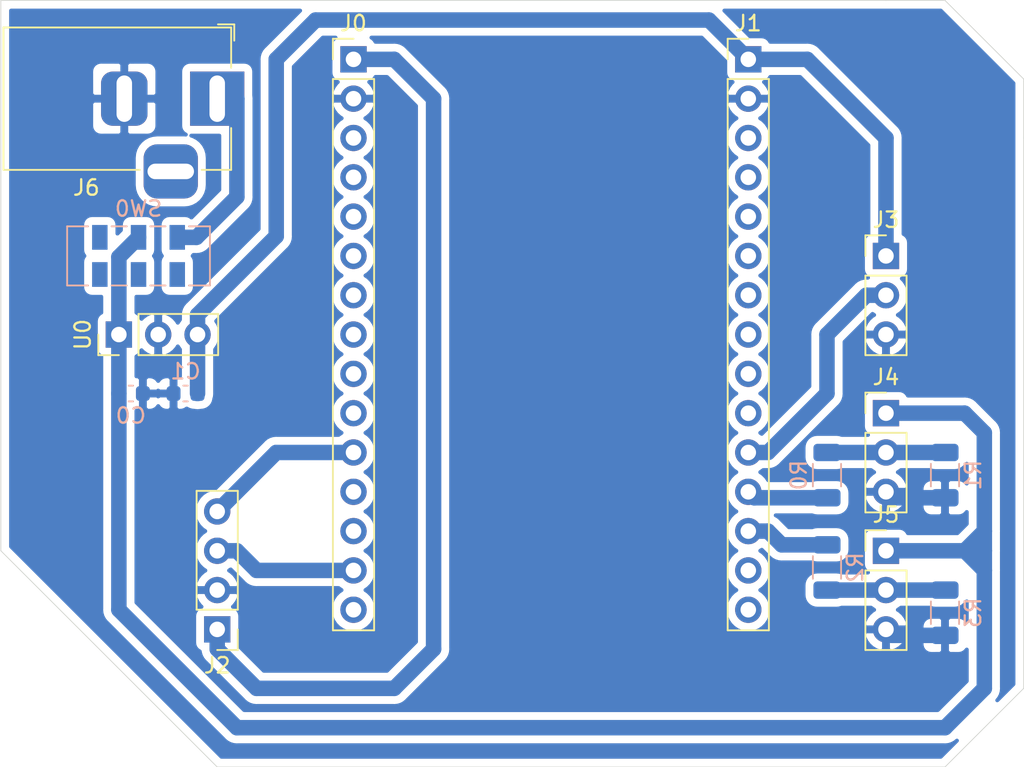
<source format=kicad_pcb>
(kicad_pcb (version 20171130) (host pcbnew 5.1.10-88a1d61d58~88~ubuntu20.04.1)

  (general
    (thickness 1.6)
    (drawings 9)
    (tracks 61)
    (zones 0)
    (modules 15)
    (nets 34)
  )

  (page A4)
  (layers
    (0 F.Cu signal)
    (31 B.Cu signal)
    (32 B.Adhes user)
    (33 F.Adhes user)
    (34 B.Paste user)
    (35 F.Paste user)
    (36 B.SilkS user)
    (37 F.SilkS user)
    (38 B.Mask user)
    (39 F.Mask user)
    (40 Dwgs.User user)
    (41 Cmts.User user)
    (42 Eco1.User user)
    (43 Eco2.User user)
    (44 Edge.Cuts user)
    (45 Margin user)
    (46 B.CrtYd user)
    (47 F.CrtYd user)
    (48 B.Fab user)
    (49 F.Fab user)
  )

  (setup
    (last_trace_width 1)
    (user_trace_width 1)
    (trace_clearance 0.2)
    (zone_clearance 0.508)
    (zone_45_only no)
    (trace_min 0.2)
    (via_size 0.8)
    (via_drill 0.4)
    (via_min_size 0.4)
    (via_min_drill 0.3)
    (uvia_size 0.3)
    (uvia_drill 0.1)
    (uvias_allowed no)
    (uvia_min_size 0.2)
    (uvia_min_drill 0.1)
    (edge_width 0.05)
    (segment_width 0.2)
    (pcb_text_width 0.3)
    (pcb_text_size 1.5 1.5)
    (mod_edge_width 0.12)
    (mod_text_size 1 1)
    (mod_text_width 0.15)
    (pad_size 1.524 1.524)
    (pad_drill 0.762)
    (pad_to_mask_clearance 0)
    (aux_axis_origin 0 0)
    (visible_elements FFFFFF7F)
    (pcbplotparams
      (layerselection 0x010fc_ffffffff)
      (usegerberextensions false)
      (usegerberattributes true)
      (usegerberadvancedattributes true)
      (creategerberjobfile true)
      (excludeedgelayer true)
      (linewidth 0.100000)
      (plotframeref false)
      (viasonmask false)
      (mode 1)
      (useauxorigin false)
      (hpglpennumber 1)
      (hpglpenspeed 20)
      (hpglpendiameter 15.000000)
      (psnegative false)
      (psa4output false)
      (plotreference true)
      (plotvalue true)
      (plotinvisibletext false)
      (padsonsilk false)
      (subtractmaskfromsilk false)
      (outputformat 1)
      (mirror false)
      (drillshape 1)
      (scaleselection 1)
      (outputdirectory ""))
  )

  (net 0 "")
  (net 1 GND)
  (net 2 +12V)
  (net 3 +5V)
  (net 4 "Net-(J0-Pad15)")
  (net 5 "Net-(J0-Pad14)")
  (net 6 "Net-(J0-Pad13)")
  (net 7 "Net-(J0-Pad12)")
  (net 8 "Net-(J0-Pad11)")
  (net 9 "Net-(J0-Pad10)")
  (net 10 "Net-(J0-Pad9)")
  (net 11 "Net-(J0-Pad8)")
  (net 12 "Net-(J0-Pad7)")
  (net 13 "Net-(J0-Pad6)")
  (net 14 "Net-(J0-Pad5)")
  (net 15 "Net-(J0-Pad4)")
  (net 16 "Net-(J0-Pad3)")
  (net 17 "Net-(J0-Pad1)")
  (net 18 "Net-(J1-Pad15)")
  (net 19 "Net-(J1-Pad14)")
  (net 20 "Net-(J1-Pad13)")
  (net 21 "Net-(J1-Pad12)")
  (net 22 "Net-(J1-Pad11)")
  (net 23 "Net-(J1-Pad10)")
  (net 24 "Net-(J1-Pad9)")
  (net 25 "Net-(J1-Pad8)")
  (net 26 "Net-(J1-Pad7)")
  (net 27 "Net-(J1-Pad6)")
  (net 28 "Net-(J1-Pad5)")
  (net 29 "Net-(J1-Pad4)")
  (net 30 "Net-(J1-Pad3)")
  (net 31 "Net-(J4-Pad2)")
  (net 32 "Net-(J5-Pad2)")
  (net 33 "Net-(J6-Pad1)")

  (net_class Default "This is the default net class."
    (clearance 0.2)
    (trace_width 0.25)
    (via_dia 0.8)
    (via_drill 0.4)
    (uvia_dia 0.3)
    (uvia_drill 0.1)
    (add_net +12V)
    (add_net +5V)
    (add_net GND)
    (add_net "Net-(J0-Pad1)")
    (add_net "Net-(J0-Pad10)")
    (add_net "Net-(J0-Pad11)")
    (add_net "Net-(J0-Pad12)")
    (add_net "Net-(J0-Pad13)")
    (add_net "Net-(J0-Pad14)")
    (add_net "Net-(J0-Pad15)")
    (add_net "Net-(J0-Pad3)")
    (add_net "Net-(J0-Pad4)")
    (add_net "Net-(J0-Pad5)")
    (add_net "Net-(J0-Pad6)")
    (add_net "Net-(J0-Pad7)")
    (add_net "Net-(J0-Pad8)")
    (add_net "Net-(J0-Pad9)")
    (add_net "Net-(J1-Pad10)")
    (add_net "Net-(J1-Pad11)")
    (add_net "Net-(J1-Pad12)")
    (add_net "Net-(J1-Pad13)")
    (add_net "Net-(J1-Pad14)")
    (add_net "Net-(J1-Pad15)")
    (add_net "Net-(J1-Pad3)")
    (add_net "Net-(J1-Pad4)")
    (add_net "Net-(J1-Pad5)")
    (add_net "Net-(J1-Pad6)")
    (add_net "Net-(J1-Pad7)")
    (add_net "Net-(J1-Pad8)")
    (add_net "Net-(J1-Pad9)")
    (add_net "Net-(J4-Pad2)")
    (add_net "Net-(J5-Pad2)")
    (add_net "Net-(J6-Pad1)")
  )

  (module Connector_PinHeader_2.54mm:PinHeader_1x03_P2.54mm_Vertical (layer F.Cu) (tedit 59FED5CC) (tstamp 60F1C747)
    (at 97.79 110.49 90)
    (descr "Through hole straight pin header, 1x03, 2.54mm pitch, single row")
    (tags "Through hole pin header THT 1x03 2.54mm single row")
    (path /60F1E030)
    (fp_text reference U0 (at 0 -2.33 90) (layer F.SilkS)
      (effects (font (size 1 1) (thickness 0.15)))
    )
    (fp_text value L7805 (at 0 7.41 90) (layer F.Fab)
      (effects (font (size 1 1) (thickness 0.15)))
    )
    (fp_text user %R (at 0 2.54) (layer F.Fab)
      (effects (font (size 1 1) (thickness 0.15)))
    )
    (fp_line (start -0.635 -1.27) (end 1.27 -1.27) (layer F.Fab) (width 0.1))
    (fp_line (start 1.27 -1.27) (end 1.27 6.35) (layer F.Fab) (width 0.1))
    (fp_line (start 1.27 6.35) (end -1.27 6.35) (layer F.Fab) (width 0.1))
    (fp_line (start -1.27 6.35) (end -1.27 -0.635) (layer F.Fab) (width 0.1))
    (fp_line (start -1.27 -0.635) (end -0.635 -1.27) (layer F.Fab) (width 0.1))
    (fp_line (start -1.33 6.41) (end 1.33 6.41) (layer F.SilkS) (width 0.12))
    (fp_line (start -1.33 1.27) (end -1.33 6.41) (layer F.SilkS) (width 0.12))
    (fp_line (start 1.33 1.27) (end 1.33 6.41) (layer F.SilkS) (width 0.12))
    (fp_line (start -1.33 1.27) (end 1.33 1.27) (layer F.SilkS) (width 0.12))
    (fp_line (start -1.33 0) (end -1.33 -1.33) (layer F.SilkS) (width 0.12))
    (fp_line (start -1.33 -1.33) (end 0 -1.33) (layer F.SilkS) (width 0.12))
    (fp_line (start -1.8 -1.8) (end -1.8 6.85) (layer F.CrtYd) (width 0.05))
    (fp_line (start -1.8 6.85) (end 1.8 6.85) (layer F.CrtYd) (width 0.05))
    (fp_line (start 1.8 6.85) (end 1.8 -1.8) (layer F.CrtYd) (width 0.05))
    (fp_line (start 1.8 -1.8) (end -1.8 -1.8) (layer F.CrtYd) (width 0.05))
    (pad 3 thru_hole oval (at 0 5.08 90) (size 1.7 1.7) (drill 1) (layers *.Cu *.Mask)
      (net 3 +5V))
    (pad 2 thru_hole oval (at 0 2.54 90) (size 1.7 1.7) (drill 1) (layers *.Cu *.Mask)
      (net 1 GND))
    (pad 1 thru_hole rect (at 0 0 90) (size 1.7 1.7) (drill 1) (layers *.Cu *.Mask)
      (net 2 +12V))
    (model ${KISYS3DMOD}/Connector_PinHeader_2.54mm.3dshapes/PinHeader_1x03_P2.54mm_Vertical.wrl
      (at (xyz 0 0 0))
      (scale (xyz 1 1 1))
      (rotate (xyz 0 0 0))
    )
  )

  (module Button_Switch_SMD:SW_DPDT_CK_JS202011JCQN (layer B.Cu) (tedit 5E695155) (tstamp 60F1C66B)
    (at 99.06 105.41 180)
    (descr "Sub-miniature slide switch, vertical, SMT J bend https://dznh3ojzb2azq.cloudfront.net/products/Slide/JS/documents/datasheet.pdf")
    (tags "switch DPDT SMT")
    (path /60FBE87A)
    (attr smd)
    (fp_text reference SW0 (at 0 3.05) (layer B.SilkS)
      (effects (font (size 1 1) (thickness 0.15)) (justify mirror))
    )
    (fp_text value SW_DIP_x01 (at 0 -3.15) (layer B.Fab)
      (effects (font (size 1 1) (thickness 0.15)) (justify mirror))
    )
    (fp_text user %R (at 0 3.05) (layer B.Fab)
      (effects (font (size 1 1) (thickness 0.15)) (justify mirror))
    )
    (fp_line (start -4.5 1.8) (end 4.5 1.8) (layer B.Fab) (width 0.1))
    (fp_line (start 4.5 1.8) (end 4.5 -1.8) (layer B.Fab) (width 0.1))
    (fp_line (start 4.5 -1.8) (end -4.5 -1.8) (layer B.Fab) (width 0.1))
    (fp_line (start -4.5 -1.8) (end -4.5 1.8) (layer B.Fab) (width 0.1))
    (fp_line (start 4.61 1.91) (end 4.61 -1.91) (layer B.SilkS) (width 0.12))
    (fp_line (start -3.26 1.91) (end -4.61 1.91) (layer B.SilkS) (width 0.12))
    (fp_line (start -4.61 1.91) (end -4.61 -1.91) (layer B.SilkS) (width 0.12))
    (fp_line (start -4.61 -1.91) (end -3.26 -1.91) (layer B.SilkS) (width 0.12))
    (fp_line (start -0.76 1.91) (end -1.74 1.91) (layer B.SilkS) (width 0.12))
    (fp_line (start 4.61 1.91) (end 3.26 1.91) (layer B.SilkS) (width 0.12))
    (fp_line (start 4.61 -1.91) (end 3.26 -1.91) (layer B.SilkS) (width 0.12))
    (fp_line (start 1.74 1.91) (end 0.76 1.91) (layer B.SilkS) (width 0.12))
    (fp_line (start -0.76 -1.91) (end -1.74 -1.91) (layer B.SilkS) (width 0.12))
    (fp_line (start 1.74 -1.91) (end 0.76 -1.91) (layer B.SilkS) (width 0.12))
    (fp_line (start -1.75 0.75) (end 1.75 0.75) (layer B.Fab) (width 0.1))
    (fp_line (start 1.75 0.75) (end 1.75 -0.75) (layer B.Fab) (width 0.1))
    (fp_line (start 1.75 -0.75) (end -1.75 -0.75) (layer B.Fab) (width 0.1))
    (fp_line (start -1.75 0.75) (end -1.75 -0.75) (layer B.Fab) (width 0.1))
    (fp_line (start -0.25 0.75) (end -0.25 -0.75) (layer B.Fab) (width 0.1))
    (fp_line (start 4.75 2.25) (end 4.75 -2.25) (layer B.CrtYd) (width 0.05))
    (fp_line (start -4.75 2.25) (end -4.75 -2.25) (layer B.CrtYd) (width 0.05))
    (fp_line (start -4.75 2.25) (end 4.75 2.25) (layer B.CrtYd) (width 0.05))
    (fp_line (start 4.75 -2.25) (end -4.75 -2.25) (layer B.CrtYd) (width 0.05))
    (pad 3 smd rect (at 2.5 1.2 180) (size 1 1.6) (layers B.Cu B.Paste B.Mask))
    (pad 2 smd rect (at 0 1.2 180) (size 1 1.6) (layers B.Cu B.Paste B.Mask)
      (net 2 +12V))
    (pad 1 smd rect (at -2.5 1.2 180) (size 1 1.6) (layers B.Cu B.Paste B.Mask)
      (net 33 "Net-(J6-Pad1)"))
    (pad 6 smd rect (at 2.5 -1.2 180) (size 1 1.6) (layers B.Cu B.Paste B.Mask))
    (pad 5 smd rect (at 0 -1.2 180) (size 1 1.6) (layers B.Cu B.Paste B.Mask))
    (pad 4 smd rect (at -2.5 -1.2 180) (size 1 1.6) (layers B.Cu B.Paste B.Mask))
    (model ${KISYS3DMOD}/Button_Switch_SMD.3dshapes/SW_DPDT_CK_JS202011JCQN.wrl
      (at (xyz 0 0 0))
      (scale (xyz 1 1 1))
      (rotate (xyz 0 0 0))
    )
  )

  (module Resistor_SMD:R_1206_3216Metric (layer B.Cu) (tedit 5F68FEEE) (tstamp 60F1A5FB)
    (at 151.13 128.4625 90)
    (descr "Resistor SMD 1206 (3216 Metric), square (rectangular) end terminal, IPC_7351 nominal, (Body size source: IPC-SM-782 page 72, https://www.pcb-3d.com/wordpress/wp-content/uploads/ipc-sm-782a_amendment_1_and_2.pdf), generated with kicad-footprint-generator")
    (tags resistor)
    (path /60FA4056)
    (attr smd)
    (fp_text reference R3 (at 0 1.82 270) (layer B.SilkS)
      (effects (font (size 1 1) (thickness 0.15)) (justify mirror))
    )
    (fp_text value 10k (at 0 -1.82 270) (layer B.Fab)
      (effects (font (size 1 1) (thickness 0.15)) (justify mirror))
    )
    (fp_text user %R (at 0 0 270) (layer B.Fab)
      (effects (font (size 0.8 0.8) (thickness 0.12)) (justify mirror))
    )
    (fp_line (start -1.6 -0.8) (end -1.6 0.8) (layer B.Fab) (width 0.1))
    (fp_line (start -1.6 0.8) (end 1.6 0.8) (layer B.Fab) (width 0.1))
    (fp_line (start 1.6 0.8) (end 1.6 -0.8) (layer B.Fab) (width 0.1))
    (fp_line (start 1.6 -0.8) (end -1.6 -0.8) (layer B.Fab) (width 0.1))
    (fp_line (start -0.727064 0.91) (end 0.727064 0.91) (layer B.SilkS) (width 0.12))
    (fp_line (start -0.727064 -0.91) (end 0.727064 -0.91) (layer B.SilkS) (width 0.12))
    (fp_line (start -2.28 -1.12) (end -2.28 1.12) (layer B.CrtYd) (width 0.05))
    (fp_line (start -2.28 1.12) (end 2.28 1.12) (layer B.CrtYd) (width 0.05))
    (fp_line (start 2.28 1.12) (end 2.28 -1.12) (layer B.CrtYd) (width 0.05))
    (fp_line (start 2.28 -1.12) (end -2.28 -1.12) (layer B.CrtYd) (width 0.05))
    (pad 2 smd roundrect (at 1.4625 0 90) (size 1.125 1.75) (layers B.Cu B.Paste B.Mask) (roundrect_rratio 0.222222)
      (net 32 "Net-(J5-Pad2)"))
    (pad 1 smd roundrect (at -1.4625 0 90) (size 1.125 1.75) (layers B.Cu B.Paste B.Mask) (roundrect_rratio 0.222222)
      (net 1 GND))
    (model ${KISYS3DMOD}/Resistor_SMD.3dshapes/R_1206_3216Metric.wrl
      (at (xyz 0 0 0))
      (scale (xyz 1 1 1))
      (rotate (xyz 0 0 0))
    )
  )

  (module Resistor_SMD:R_1206_3216Metric (layer B.Cu) (tedit 5F68FEEE) (tstamp 60F1B252)
    (at 143.51 125.5375 90)
    (descr "Resistor SMD 1206 (3216 Metric), square (rectangular) end terminal, IPC_7351 nominal, (Body size source: IPC-SM-782 page 72, https://www.pcb-3d.com/wordpress/wp-content/uploads/ipc-sm-782a_amendment_1_and_2.pdf), generated with kicad-footprint-generator")
    (tags resistor)
    (path /60FA04AE)
    (attr smd)
    (fp_text reference R2 (at 0 1.82 -90) (layer B.SilkS)
      (effects (font (size 1 1) (thickness 0.15)) (justify mirror))
    )
    (fp_text value 10k (at 0 -1.82 -90) (layer B.Fab)
      (effects (font (size 1 1) (thickness 0.15)) (justify mirror))
    )
    (fp_text user %R (at 0 0 -90) (layer B.Fab)
      (effects (font (size 0.8 0.8) (thickness 0.12)) (justify mirror))
    )
    (fp_line (start -1.6 -0.8) (end -1.6 0.8) (layer B.Fab) (width 0.1))
    (fp_line (start -1.6 0.8) (end 1.6 0.8) (layer B.Fab) (width 0.1))
    (fp_line (start 1.6 0.8) (end 1.6 -0.8) (layer B.Fab) (width 0.1))
    (fp_line (start 1.6 -0.8) (end -1.6 -0.8) (layer B.Fab) (width 0.1))
    (fp_line (start -0.727064 0.91) (end 0.727064 0.91) (layer B.SilkS) (width 0.12))
    (fp_line (start -0.727064 -0.91) (end 0.727064 -0.91) (layer B.SilkS) (width 0.12))
    (fp_line (start -2.28 -1.12) (end -2.28 1.12) (layer B.CrtYd) (width 0.05))
    (fp_line (start -2.28 1.12) (end 2.28 1.12) (layer B.CrtYd) (width 0.05))
    (fp_line (start 2.28 1.12) (end 2.28 -1.12) (layer B.CrtYd) (width 0.05))
    (fp_line (start 2.28 -1.12) (end -2.28 -1.12) (layer B.CrtYd) (width 0.05))
    (pad 2 smd roundrect (at 1.4625 0 90) (size 1.125 1.75) (layers B.Cu B.Paste B.Mask) (roundrect_rratio 0.222222)
      (net 20 "Net-(J1-Pad13)"))
    (pad 1 smd roundrect (at -1.4625 0 90) (size 1.125 1.75) (layers B.Cu B.Paste B.Mask) (roundrect_rratio 0.222222)
      (net 32 "Net-(J5-Pad2)"))
    (model ${KISYS3DMOD}/Resistor_SMD.3dshapes/R_1206_3216Metric.wrl
      (at (xyz 0 0 0))
      (scale (xyz 1 1 1))
      (rotate (xyz 0 0 0))
    )
  )

  (module Resistor_SMD:R_1206_3216Metric (layer B.Cu) (tedit 5F68FEEE) (tstamp 60F1A5D9)
    (at 151.13 119.5725 90)
    (descr "Resistor SMD 1206 (3216 Metric), square (rectangular) end terminal, IPC_7351 nominal, (Body size source: IPC-SM-782 page 72, https://www.pcb-3d.com/wordpress/wp-content/uploads/ipc-sm-782a_amendment_1_and_2.pdf), generated with kicad-footprint-generator")
    (tags resistor)
    (path /60F9F06D)
    (attr smd)
    (fp_text reference R1 (at 0 1.82 270) (layer B.SilkS)
      (effects (font (size 1 1) (thickness 0.15)) (justify mirror))
    )
    (fp_text value 10k (at 0 -1.82 270) (layer B.Fab)
      (effects (font (size 1 1) (thickness 0.15)) (justify mirror))
    )
    (fp_text user %R (at 0 0 270) (layer B.Fab)
      (effects (font (size 0.8 0.8) (thickness 0.12)) (justify mirror))
    )
    (fp_line (start -1.6 -0.8) (end -1.6 0.8) (layer B.Fab) (width 0.1))
    (fp_line (start -1.6 0.8) (end 1.6 0.8) (layer B.Fab) (width 0.1))
    (fp_line (start 1.6 0.8) (end 1.6 -0.8) (layer B.Fab) (width 0.1))
    (fp_line (start 1.6 -0.8) (end -1.6 -0.8) (layer B.Fab) (width 0.1))
    (fp_line (start -0.727064 0.91) (end 0.727064 0.91) (layer B.SilkS) (width 0.12))
    (fp_line (start -0.727064 -0.91) (end 0.727064 -0.91) (layer B.SilkS) (width 0.12))
    (fp_line (start -2.28 -1.12) (end -2.28 1.12) (layer B.CrtYd) (width 0.05))
    (fp_line (start -2.28 1.12) (end 2.28 1.12) (layer B.CrtYd) (width 0.05))
    (fp_line (start 2.28 1.12) (end 2.28 -1.12) (layer B.CrtYd) (width 0.05))
    (fp_line (start 2.28 -1.12) (end -2.28 -1.12) (layer B.CrtYd) (width 0.05))
    (pad 2 smd roundrect (at 1.4625 0 90) (size 1.125 1.75) (layers B.Cu B.Paste B.Mask) (roundrect_rratio 0.222222)
      (net 31 "Net-(J4-Pad2)"))
    (pad 1 smd roundrect (at -1.4625 0 90) (size 1.125 1.75) (layers B.Cu B.Paste B.Mask) (roundrect_rratio 0.222222)
      (net 1 GND))
    (model ${KISYS3DMOD}/Resistor_SMD.3dshapes/R_1206_3216Metric.wrl
      (at (xyz 0 0 0))
      (scale (xyz 1 1 1))
      (rotate (xyz 0 0 0))
    )
  )

  (module Resistor_SMD:R_1206_3216Metric (layer B.Cu) (tedit 5F68FEEE) (tstamp 60F1A5C8)
    (at 143.51 119.5725 270)
    (descr "Resistor SMD 1206 (3216 Metric), square (rectangular) end terminal, IPC_7351 nominal, (Body size source: IPC-SM-782 page 72, https://www.pcb-3d.com/wordpress/wp-content/uploads/ipc-sm-782a_amendment_1_and_2.pdf), generated with kicad-footprint-generator")
    (tags resistor)
    (path /60F9E704)
    (attr smd)
    (fp_text reference R0 (at 0 1.82 270) (layer B.SilkS)
      (effects (font (size 1 1) (thickness 0.15)) (justify mirror))
    )
    (fp_text value 10k (at 0 -1.82 270) (layer B.Fab)
      (effects (font (size 1 1) (thickness 0.15)) (justify mirror))
    )
    (fp_text user %R (at 0 0 270) (layer B.Fab)
      (effects (font (size 0.8 0.8) (thickness 0.12)) (justify mirror))
    )
    (fp_line (start -1.6 -0.8) (end -1.6 0.8) (layer B.Fab) (width 0.1))
    (fp_line (start -1.6 0.8) (end 1.6 0.8) (layer B.Fab) (width 0.1))
    (fp_line (start 1.6 0.8) (end 1.6 -0.8) (layer B.Fab) (width 0.1))
    (fp_line (start 1.6 -0.8) (end -1.6 -0.8) (layer B.Fab) (width 0.1))
    (fp_line (start -0.727064 0.91) (end 0.727064 0.91) (layer B.SilkS) (width 0.12))
    (fp_line (start -0.727064 -0.91) (end 0.727064 -0.91) (layer B.SilkS) (width 0.12))
    (fp_line (start -2.28 -1.12) (end -2.28 1.12) (layer B.CrtYd) (width 0.05))
    (fp_line (start -2.28 1.12) (end 2.28 1.12) (layer B.CrtYd) (width 0.05))
    (fp_line (start 2.28 1.12) (end 2.28 -1.12) (layer B.CrtYd) (width 0.05))
    (fp_line (start 2.28 -1.12) (end -2.28 -1.12) (layer B.CrtYd) (width 0.05))
    (pad 2 smd roundrect (at 1.4625 0 270) (size 1.125 1.75) (layers B.Cu B.Paste B.Mask) (roundrect_rratio 0.222222)
      (net 21 "Net-(J1-Pad12)"))
    (pad 1 smd roundrect (at -1.4625 0 270) (size 1.125 1.75) (layers B.Cu B.Paste B.Mask) (roundrect_rratio 0.222222)
      (net 31 "Net-(J4-Pad2)"))
    (model ${KISYS3DMOD}/Resistor_SMD.3dshapes/R_1206_3216Metric.wrl
      (at (xyz 0 0 0))
      (scale (xyz 1 1 1))
      (rotate (xyz 0 0 0))
    )
  )

  (module Connector_BarrelJack:BarrelJack_Horizontal (layer F.Cu) (tedit 5A1DBF6A) (tstamp 60F1C6E7)
    (at 104.14 95.25)
    (descr "DC Barrel Jack")
    (tags "Power Jack")
    (path /60F223F7)
    (fp_text reference J6 (at -8.45 5.75) (layer F.SilkS)
      (effects (font (size 1 1) (thickness 0.15)))
    )
    (fp_text value Barrel_Jack (at -6.2 -5.5) (layer F.Fab)
      (effects (font (size 1 1) (thickness 0.15)))
    )
    (fp_line (start 0 -4.5) (end -13.7 -4.5) (layer F.Fab) (width 0.1))
    (fp_line (start 0.8 4.5) (end 0.8 -3.75) (layer F.Fab) (width 0.1))
    (fp_line (start -13.7 4.5) (end 0.8 4.5) (layer F.Fab) (width 0.1))
    (fp_line (start -13.7 -4.5) (end -13.7 4.5) (layer F.Fab) (width 0.1))
    (fp_line (start -10.2 -4.5) (end -10.2 4.5) (layer F.Fab) (width 0.1))
    (fp_line (start 0.9 -4.6) (end 0.9 -2) (layer F.SilkS) (width 0.12))
    (fp_line (start -13.8 -4.6) (end 0.9 -4.6) (layer F.SilkS) (width 0.12))
    (fp_line (start 0.9 4.6) (end -1 4.6) (layer F.SilkS) (width 0.12))
    (fp_line (start 0.9 1.9) (end 0.9 4.6) (layer F.SilkS) (width 0.12))
    (fp_line (start -13.8 4.6) (end -13.8 -4.6) (layer F.SilkS) (width 0.12))
    (fp_line (start -5 4.6) (end -13.8 4.6) (layer F.SilkS) (width 0.12))
    (fp_line (start -14 4.75) (end -14 -4.75) (layer F.CrtYd) (width 0.05))
    (fp_line (start -5 4.75) (end -14 4.75) (layer F.CrtYd) (width 0.05))
    (fp_line (start -5 6.75) (end -5 4.75) (layer F.CrtYd) (width 0.05))
    (fp_line (start -1 6.75) (end -5 6.75) (layer F.CrtYd) (width 0.05))
    (fp_line (start -1 4.75) (end -1 6.75) (layer F.CrtYd) (width 0.05))
    (fp_line (start 1 4.75) (end -1 4.75) (layer F.CrtYd) (width 0.05))
    (fp_line (start 1 2) (end 1 4.75) (layer F.CrtYd) (width 0.05))
    (fp_line (start 2 2) (end 1 2) (layer F.CrtYd) (width 0.05))
    (fp_line (start 2 -2) (end 2 2) (layer F.CrtYd) (width 0.05))
    (fp_line (start 1 -2) (end 2 -2) (layer F.CrtYd) (width 0.05))
    (fp_line (start 1 -4.5) (end 1 -2) (layer F.CrtYd) (width 0.05))
    (fp_line (start 1 -4.75) (end -14 -4.75) (layer F.CrtYd) (width 0.05))
    (fp_line (start 1 -4.5) (end 1 -4.75) (layer F.CrtYd) (width 0.05))
    (fp_line (start 0.05 -4.8) (end 1.1 -4.8) (layer F.SilkS) (width 0.12))
    (fp_line (start 1.1 -3.75) (end 1.1 -4.8) (layer F.SilkS) (width 0.12))
    (fp_line (start -0.003213 -4.505425) (end 0.8 -3.75) (layer F.Fab) (width 0.1))
    (fp_text user %R (at -3 -2.95) (layer F.Fab)
      (effects (font (size 1 1) (thickness 0.15)))
    )
    (pad 1 thru_hole rect (at 0 0) (size 3.5 3.5) (drill oval 1 3) (layers *.Cu *.Mask)
      (net 33 "Net-(J6-Pad1)"))
    (pad 2 thru_hole roundrect (at -6 0) (size 3 3.5) (drill oval 1 3) (layers *.Cu *.Mask) (roundrect_rratio 0.25)
      (net 1 GND))
    (pad 3 thru_hole roundrect (at -3 4.7) (size 3.5 3.5) (drill oval 3 1) (layers *.Cu *.Mask) (roundrect_rratio 0.25))
    (model ${KISYS3DMOD}/Connector_BarrelJack.3dshapes/BarrelJack_Horizontal.wrl
      (at (xyz 0 0 0))
      (scale (xyz 1 1 1))
      (rotate (xyz 0 0 0))
    )
  )

  (module Connector_PinHeader_2.54mm:PinHeader_1x03_P2.54mm_Vertical (layer F.Cu) (tedit 59FED5CC) (tstamp 60F1ABBB)
    (at 147.32 124.46)
    (descr "Through hole straight pin header, 1x03, 2.54mm pitch, single row")
    (tags "Through hole pin header THT 1x03 2.54mm single row")
    (path /60F8C94C)
    (fp_text reference J5 (at 0 -2.33) (layer F.SilkS)
      (effects (font (size 1 1) (thickness 0.15)))
    )
    (fp_text value Conn_01x03_Female (at 0 7.41) (layer F.Fab)
      (effects (font (size 1 1) (thickness 0.15)))
    )
    (fp_text user %R (at 0 2.54 90) (layer F.Fab)
      (effects (font (size 1 1) (thickness 0.15)))
    )
    (fp_line (start -0.635 -1.27) (end 1.27 -1.27) (layer F.Fab) (width 0.1))
    (fp_line (start 1.27 -1.27) (end 1.27 6.35) (layer F.Fab) (width 0.1))
    (fp_line (start 1.27 6.35) (end -1.27 6.35) (layer F.Fab) (width 0.1))
    (fp_line (start -1.27 6.35) (end -1.27 -0.635) (layer F.Fab) (width 0.1))
    (fp_line (start -1.27 -0.635) (end -0.635 -1.27) (layer F.Fab) (width 0.1))
    (fp_line (start -1.33 6.41) (end 1.33 6.41) (layer F.SilkS) (width 0.12))
    (fp_line (start -1.33 1.27) (end -1.33 6.41) (layer F.SilkS) (width 0.12))
    (fp_line (start 1.33 1.27) (end 1.33 6.41) (layer F.SilkS) (width 0.12))
    (fp_line (start -1.33 1.27) (end 1.33 1.27) (layer F.SilkS) (width 0.12))
    (fp_line (start -1.33 0) (end -1.33 -1.33) (layer F.SilkS) (width 0.12))
    (fp_line (start -1.33 -1.33) (end 0 -1.33) (layer F.SilkS) (width 0.12))
    (fp_line (start -1.8 -1.8) (end -1.8 6.85) (layer F.CrtYd) (width 0.05))
    (fp_line (start -1.8 6.85) (end 1.8 6.85) (layer F.CrtYd) (width 0.05))
    (fp_line (start 1.8 6.85) (end 1.8 -1.8) (layer F.CrtYd) (width 0.05))
    (fp_line (start 1.8 -1.8) (end -1.8 -1.8) (layer F.CrtYd) (width 0.05))
    (pad 3 thru_hole oval (at 0 5.08) (size 1.7 1.7) (drill 1) (layers *.Cu *.Mask)
      (net 1 GND))
    (pad 2 thru_hole oval (at 0 2.54) (size 1.7 1.7) (drill 1) (layers *.Cu *.Mask)
      (net 32 "Net-(J5-Pad2)"))
    (pad 1 thru_hole rect (at 0 0) (size 1.7 1.7) (drill 1) (layers *.Cu *.Mask)
      (net 2 +12V))
    (model ${KISYS3DMOD}/Connector_PinHeader_2.54mm.3dshapes/PinHeader_1x03_P2.54mm_Vertical.wrl
      (at (xyz 0 0 0))
      (scale (xyz 1 1 1))
      (rotate (xyz 0 0 0))
    )
  )

  (module Connector_PinHeader_2.54mm:PinHeader_1x03_P2.54mm_Vertical (layer F.Cu) (tedit 59FED5CC) (tstamp 60F1A57D)
    (at 147.32 115.57)
    (descr "Through hole straight pin header, 1x03, 2.54mm pitch, single row")
    (tags "Through hole pin header THT 1x03 2.54mm single row")
    (path /60F8B95C)
    (fp_text reference J4 (at 0 -2.33) (layer F.SilkS)
      (effects (font (size 1 1) (thickness 0.15)))
    )
    (fp_text value Conn_01x03_Female (at 0 7.41) (layer F.Fab) hide
      (effects (font (size 1 1) (thickness 0.15)))
    )
    (fp_text user %R (at 0 2.54 90) (layer F.Fab)
      (effects (font (size 1 1) (thickness 0.15)))
    )
    (fp_line (start -0.635 -1.27) (end 1.27 -1.27) (layer F.Fab) (width 0.1))
    (fp_line (start 1.27 -1.27) (end 1.27 6.35) (layer F.Fab) (width 0.1))
    (fp_line (start 1.27 6.35) (end -1.27 6.35) (layer F.Fab) (width 0.1))
    (fp_line (start -1.27 6.35) (end -1.27 -0.635) (layer F.Fab) (width 0.1))
    (fp_line (start -1.27 -0.635) (end -0.635 -1.27) (layer F.Fab) (width 0.1))
    (fp_line (start -1.33 6.41) (end 1.33 6.41) (layer F.SilkS) (width 0.12))
    (fp_line (start -1.33 1.27) (end -1.33 6.41) (layer F.SilkS) (width 0.12))
    (fp_line (start 1.33 1.27) (end 1.33 6.41) (layer F.SilkS) (width 0.12))
    (fp_line (start -1.33 1.27) (end 1.33 1.27) (layer F.SilkS) (width 0.12))
    (fp_line (start -1.33 0) (end -1.33 -1.33) (layer F.SilkS) (width 0.12))
    (fp_line (start -1.33 -1.33) (end 0 -1.33) (layer F.SilkS) (width 0.12))
    (fp_line (start -1.8 -1.8) (end -1.8 6.85) (layer F.CrtYd) (width 0.05))
    (fp_line (start -1.8 6.85) (end 1.8 6.85) (layer F.CrtYd) (width 0.05))
    (fp_line (start 1.8 6.85) (end 1.8 -1.8) (layer F.CrtYd) (width 0.05))
    (fp_line (start 1.8 -1.8) (end -1.8 -1.8) (layer F.CrtYd) (width 0.05))
    (pad 3 thru_hole oval (at 0 5.08) (size 1.7 1.7) (drill 1) (layers *.Cu *.Mask)
      (net 1 GND))
    (pad 2 thru_hole oval (at 0 2.54) (size 1.7 1.7) (drill 1) (layers *.Cu *.Mask)
      (net 31 "Net-(J4-Pad2)"))
    (pad 1 thru_hole rect (at 0 0) (size 1.7 1.7) (drill 1) (layers *.Cu *.Mask)
      (net 2 +12V))
    (model ${KISYS3DMOD}/Connector_PinHeader_2.54mm.3dshapes/PinHeader_1x03_P2.54mm_Vertical.wrl
      (at (xyz 0 0 0))
      (scale (xyz 1 1 1))
      (rotate (xyz 0 0 0))
    )
  )

  (module Connector_PinHeader_2.54mm:PinHeader_1x03_P2.54mm_Vertical (layer F.Cu) (tedit 59FED5CC) (tstamp 60F1A566)
    (at 147.32 105.41)
    (descr "Through hole straight pin header, 1x03, 2.54mm pitch, single row")
    (tags "Through hole pin header THT 1x03 2.54mm single row")
    (path /60F7889E)
    (fp_text reference J3 (at 0 -2.33) (layer F.SilkS)
      (effects (font (size 1 1) (thickness 0.15)))
    )
    (fp_text value Conn_01x03_Female (at 0 7.41) (layer F.Fab) hide
      (effects (font (size 1 1) (thickness 0.15)))
    )
    (fp_text user %R (at 0 2.54 90) (layer F.Fab)
      (effects (font (size 1 1) (thickness 0.15)))
    )
    (fp_line (start -0.635 -1.27) (end 1.27 -1.27) (layer F.Fab) (width 0.1))
    (fp_line (start 1.27 -1.27) (end 1.27 6.35) (layer F.Fab) (width 0.1))
    (fp_line (start 1.27 6.35) (end -1.27 6.35) (layer F.Fab) (width 0.1))
    (fp_line (start -1.27 6.35) (end -1.27 -0.635) (layer F.Fab) (width 0.1))
    (fp_line (start -1.27 -0.635) (end -0.635 -1.27) (layer F.Fab) (width 0.1))
    (fp_line (start -1.33 6.41) (end 1.33 6.41) (layer F.SilkS) (width 0.12))
    (fp_line (start -1.33 1.27) (end -1.33 6.41) (layer F.SilkS) (width 0.12))
    (fp_line (start 1.33 1.27) (end 1.33 6.41) (layer F.SilkS) (width 0.12))
    (fp_line (start -1.33 1.27) (end 1.33 1.27) (layer F.SilkS) (width 0.12))
    (fp_line (start -1.33 0) (end -1.33 -1.33) (layer F.SilkS) (width 0.12))
    (fp_line (start -1.33 -1.33) (end 0 -1.33) (layer F.SilkS) (width 0.12))
    (fp_line (start -1.8 -1.8) (end -1.8 6.85) (layer F.CrtYd) (width 0.05))
    (fp_line (start -1.8 6.85) (end 1.8 6.85) (layer F.CrtYd) (width 0.05))
    (fp_line (start 1.8 6.85) (end 1.8 -1.8) (layer F.CrtYd) (width 0.05))
    (fp_line (start 1.8 -1.8) (end -1.8 -1.8) (layer F.CrtYd) (width 0.05))
    (pad 3 thru_hole oval (at 0 5.08) (size 1.7 1.7) (drill 1) (layers *.Cu *.Mask)
      (net 1 GND))
    (pad 2 thru_hole oval (at 0 2.54) (size 1.7 1.7) (drill 1) (layers *.Cu *.Mask)
      (net 22 "Net-(J1-Pad11)"))
    (pad 1 thru_hole rect (at 0 0) (size 1.7 1.7) (drill 1) (layers *.Cu *.Mask)
      (net 3 +5V))
    (model ${KISYS3DMOD}/Connector_PinHeader_2.54mm.3dshapes/PinHeader_1x03_P2.54mm_Vertical.wrl
      (at (xyz 0 0 0))
      (scale (xyz 1 1 1))
      (rotate (xyz 0 0 0))
    )
  )

  (module Connector_PinHeader_2.54mm:PinHeader_1x04_P2.54mm_Vertical (layer F.Cu) (tedit 59FED5CC) (tstamp 60F1C547)
    (at 104.14 129.54 180)
    (descr "Through hole straight pin header, 1x04, 2.54mm pitch, single row")
    (tags "Through hole pin header THT 1x04 2.54mm single row")
    (path /60F49974)
    (fp_text reference J2 (at 0 -2.33) (layer F.SilkS)
      (effects (font (size 1 1) (thickness 0.15)))
    )
    (fp_text value Conn_01x04_Female (at 0 9.95) (layer F.Fab)
      (effects (font (size 1 1) (thickness 0.15)))
    )
    (fp_text user %R (at 0 3.81 90) (layer F.Fab)
      (effects (font (size 1 1) (thickness 0.15)))
    )
    (fp_line (start -0.635 -1.27) (end 1.27 -1.27) (layer F.Fab) (width 0.1))
    (fp_line (start 1.27 -1.27) (end 1.27 8.89) (layer F.Fab) (width 0.1))
    (fp_line (start 1.27 8.89) (end -1.27 8.89) (layer F.Fab) (width 0.1))
    (fp_line (start -1.27 8.89) (end -1.27 -0.635) (layer F.Fab) (width 0.1))
    (fp_line (start -1.27 -0.635) (end -0.635 -1.27) (layer F.Fab) (width 0.1))
    (fp_line (start -1.33 8.95) (end 1.33 8.95) (layer F.SilkS) (width 0.12))
    (fp_line (start -1.33 1.27) (end -1.33 8.95) (layer F.SilkS) (width 0.12))
    (fp_line (start 1.33 1.27) (end 1.33 8.95) (layer F.SilkS) (width 0.12))
    (fp_line (start -1.33 1.27) (end 1.33 1.27) (layer F.SilkS) (width 0.12))
    (fp_line (start -1.33 0) (end -1.33 -1.33) (layer F.SilkS) (width 0.12))
    (fp_line (start -1.33 -1.33) (end 0 -1.33) (layer F.SilkS) (width 0.12))
    (fp_line (start -1.8 -1.8) (end -1.8 9.4) (layer F.CrtYd) (width 0.05))
    (fp_line (start -1.8 9.4) (end 1.8 9.4) (layer F.CrtYd) (width 0.05))
    (fp_line (start 1.8 9.4) (end 1.8 -1.8) (layer F.CrtYd) (width 0.05))
    (fp_line (start 1.8 -1.8) (end -1.8 -1.8) (layer F.CrtYd) (width 0.05))
    (pad 4 thru_hole oval (at 0 7.62 180) (size 1.7 1.7) (drill 1) (layers *.Cu *.Mask)
      (net 8 "Net-(J0-Pad11)"))
    (pad 3 thru_hole oval (at 0 5.08 180) (size 1.7 1.7) (drill 1) (layers *.Cu *.Mask)
      (net 5 "Net-(J0-Pad14)"))
    (pad 2 thru_hole oval (at 0 2.54 180) (size 1.7 1.7) (drill 1) (layers *.Cu *.Mask)
      (net 1 GND))
    (pad 1 thru_hole rect (at 0 0 180) (size 1.7 1.7) (drill 1) (layers *.Cu *.Mask)
      (net 17 "Net-(J0-Pad1)"))
    (model ${KISYS3DMOD}/Connector_PinHeader_2.54mm.3dshapes/PinHeader_1x04_P2.54mm_Vertical.wrl
      (at (xyz 0 0 0))
      (scale (xyz 1 1 1))
      (rotate (xyz 0 0 0))
    )
  )

  (module Connector_PinHeader_2.54mm:PinHeader_1x15_P2.54mm_Vertical (layer F.Cu) (tedit 59FED5CC) (tstamp 60F1C37A)
    (at 138.43 92.71)
    (descr "Through hole straight pin header, 1x15, 2.54mm pitch, single row")
    (tags "Through hole pin header THT 1x15 2.54mm single row")
    (path /60F18F6B)
    (fp_text reference J1 (at 0 -2.33) (layer F.SilkS)
      (effects (font (size 1 1) (thickness 0.15)))
    )
    (fp_text value Conn_01x15_Female (at 0 37.89) (layer F.Fab)
      (effects (font (size 1 1) (thickness 0.15)))
    )
    (fp_text user %R (at 0 17.78 90) (layer F.Fab)
      (effects (font (size 1 1) (thickness 0.15)))
    )
    (fp_line (start -0.635 -1.27) (end 1.27 -1.27) (layer F.Fab) (width 0.1))
    (fp_line (start 1.27 -1.27) (end 1.27 36.83) (layer F.Fab) (width 0.1))
    (fp_line (start 1.27 36.83) (end -1.27 36.83) (layer F.Fab) (width 0.1))
    (fp_line (start -1.27 36.83) (end -1.27 -0.635) (layer F.Fab) (width 0.1))
    (fp_line (start -1.27 -0.635) (end -0.635 -1.27) (layer F.Fab) (width 0.1))
    (fp_line (start -1.33 36.89) (end 1.33 36.89) (layer F.SilkS) (width 0.12))
    (fp_line (start -1.33 1.27) (end -1.33 36.89) (layer F.SilkS) (width 0.12))
    (fp_line (start 1.33 1.27) (end 1.33 36.89) (layer F.SilkS) (width 0.12))
    (fp_line (start -1.33 1.27) (end 1.33 1.27) (layer F.SilkS) (width 0.12))
    (fp_line (start -1.33 0) (end -1.33 -1.33) (layer F.SilkS) (width 0.12))
    (fp_line (start -1.33 -1.33) (end 0 -1.33) (layer F.SilkS) (width 0.12))
    (fp_line (start -1.8 -1.8) (end -1.8 37.35) (layer F.CrtYd) (width 0.05))
    (fp_line (start -1.8 37.35) (end 1.8 37.35) (layer F.CrtYd) (width 0.05))
    (fp_line (start 1.8 37.35) (end 1.8 -1.8) (layer F.CrtYd) (width 0.05))
    (fp_line (start 1.8 -1.8) (end -1.8 -1.8) (layer F.CrtYd) (width 0.05))
    (pad 15 thru_hole oval (at 0 35.56) (size 1.7 1.7) (drill 1) (layers *.Cu *.Mask)
      (net 18 "Net-(J1-Pad15)"))
    (pad 14 thru_hole oval (at 0 33.02) (size 1.7 1.7) (drill 1) (layers *.Cu *.Mask)
      (net 19 "Net-(J1-Pad14)"))
    (pad 13 thru_hole oval (at 0 30.48) (size 1.7 1.7) (drill 1) (layers *.Cu *.Mask)
      (net 20 "Net-(J1-Pad13)"))
    (pad 12 thru_hole oval (at 0 27.94) (size 1.7 1.7) (drill 1) (layers *.Cu *.Mask)
      (net 21 "Net-(J1-Pad12)"))
    (pad 11 thru_hole oval (at 0 25.4) (size 1.7 1.7) (drill 1) (layers *.Cu *.Mask)
      (net 22 "Net-(J1-Pad11)"))
    (pad 10 thru_hole oval (at 0 22.86) (size 1.7 1.7) (drill 1) (layers *.Cu *.Mask)
      (net 23 "Net-(J1-Pad10)"))
    (pad 9 thru_hole oval (at 0 20.32) (size 1.7 1.7) (drill 1) (layers *.Cu *.Mask)
      (net 24 "Net-(J1-Pad9)"))
    (pad 8 thru_hole oval (at 0 17.78) (size 1.7 1.7) (drill 1) (layers *.Cu *.Mask)
      (net 25 "Net-(J1-Pad8)"))
    (pad 7 thru_hole oval (at 0 15.24) (size 1.7 1.7) (drill 1) (layers *.Cu *.Mask)
      (net 26 "Net-(J1-Pad7)"))
    (pad 6 thru_hole oval (at 0 12.7) (size 1.7 1.7) (drill 1) (layers *.Cu *.Mask)
      (net 27 "Net-(J1-Pad6)"))
    (pad 5 thru_hole oval (at 0 10.16) (size 1.7 1.7) (drill 1) (layers *.Cu *.Mask)
      (net 28 "Net-(J1-Pad5)"))
    (pad 4 thru_hole oval (at 0 7.62) (size 1.7 1.7) (drill 1) (layers *.Cu *.Mask)
      (net 29 "Net-(J1-Pad4)"))
    (pad 3 thru_hole oval (at 0 5.08) (size 1.7 1.7) (drill 1) (layers *.Cu *.Mask)
      (net 30 "Net-(J1-Pad3)"))
    (pad 2 thru_hole oval (at 0 2.54) (size 1.7 1.7) (drill 1) (layers *.Cu *.Mask)
      (net 1 GND))
    (pad 1 thru_hole rect (at 0 0) (size 1.7 1.7) (drill 1) (layers *.Cu *.Mask)
      (net 3 +5V))
    (model ${KISYS3DMOD}/Connector_PinHeader_2.54mm.3dshapes/PinHeader_1x15_P2.54mm_Vertical.wrl
      (at (xyz 0 0 0))
      (scale (xyz 1 1 1))
      (rotate (xyz 0 0 0))
    )
  )

  (module Connector_PinHeader_2.54mm:PinHeader_1x15_P2.54mm_Vertical (layer F.Cu) (tedit 59FED5CC) (tstamp 60F1C5C7)
    (at 112.94 92.71)
    (descr "Through hole straight pin header, 1x15, 2.54mm pitch, single row")
    (tags "Through hole pin header THT 1x15 2.54mm single row")
    (path /60F1837A)
    (fp_text reference J0 (at 0 -2.33) (layer F.SilkS)
      (effects (font (size 1 1) (thickness 0.15)))
    )
    (fp_text value Conn_01x15_Female (at 0 37.89) (layer F.Fab)
      (effects (font (size 1 1) (thickness 0.15)))
    )
    (fp_text user %R (at 0 17.78 90) (layer F.Fab)
      (effects (font (size 1 1) (thickness 0.15)))
    )
    (fp_line (start -0.635 -1.27) (end 1.27 -1.27) (layer F.Fab) (width 0.1))
    (fp_line (start 1.27 -1.27) (end 1.27 36.83) (layer F.Fab) (width 0.1))
    (fp_line (start 1.27 36.83) (end -1.27 36.83) (layer F.Fab) (width 0.1))
    (fp_line (start -1.27 36.83) (end -1.27 -0.635) (layer F.Fab) (width 0.1))
    (fp_line (start -1.27 -0.635) (end -0.635 -1.27) (layer F.Fab) (width 0.1))
    (fp_line (start -1.33 36.89) (end 1.33 36.89) (layer F.SilkS) (width 0.12))
    (fp_line (start -1.33 1.27) (end -1.33 36.89) (layer F.SilkS) (width 0.12))
    (fp_line (start 1.33 1.27) (end 1.33 36.89) (layer F.SilkS) (width 0.12))
    (fp_line (start -1.33 1.27) (end 1.33 1.27) (layer F.SilkS) (width 0.12))
    (fp_line (start -1.33 0) (end -1.33 -1.33) (layer F.SilkS) (width 0.12))
    (fp_line (start -1.33 -1.33) (end 0 -1.33) (layer F.SilkS) (width 0.12))
    (fp_line (start -1.8 -1.8) (end -1.8 37.35) (layer F.CrtYd) (width 0.05))
    (fp_line (start -1.8 37.35) (end 1.8 37.35) (layer F.CrtYd) (width 0.05))
    (fp_line (start 1.8 37.35) (end 1.8 -1.8) (layer F.CrtYd) (width 0.05))
    (fp_line (start 1.8 -1.8) (end -1.8 -1.8) (layer F.CrtYd) (width 0.05))
    (pad 15 thru_hole oval (at 0 35.56) (size 1.7 1.7) (drill 1) (layers *.Cu *.Mask)
      (net 4 "Net-(J0-Pad15)"))
    (pad 14 thru_hole oval (at 0 33.02) (size 1.7 1.7) (drill 1) (layers *.Cu *.Mask)
      (net 5 "Net-(J0-Pad14)"))
    (pad 13 thru_hole oval (at 0 30.48) (size 1.7 1.7) (drill 1) (layers *.Cu *.Mask)
      (net 6 "Net-(J0-Pad13)"))
    (pad 12 thru_hole oval (at 0 27.94) (size 1.7 1.7) (drill 1) (layers *.Cu *.Mask)
      (net 7 "Net-(J0-Pad12)"))
    (pad 11 thru_hole oval (at 0 25.4) (size 1.7 1.7) (drill 1) (layers *.Cu *.Mask)
      (net 8 "Net-(J0-Pad11)"))
    (pad 10 thru_hole oval (at 0 22.86) (size 1.7 1.7) (drill 1) (layers *.Cu *.Mask)
      (net 9 "Net-(J0-Pad10)"))
    (pad 9 thru_hole oval (at 0 20.32) (size 1.7 1.7) (drill 1) (layers *.Cu *.Mask)
      (net 10 "Net-(J0-Pad9)"))
    (pad 8 thru_hole oval (at 0 17.78) (size 1.7 1.7) (drill 1) (layers *.Cu *.Mask)
      (net 11 "Net-(J0-Pad8)"))
    (pad 7 thru_hole oval (at 0 15.24) (size 1.7 1.7) (drill 1) (layers *.Cu *.Mask)
      (net 12 "Net-(J0-Pad7)"))
    (pad 6 thru_hole oval (at 0 12.7) (size 1.7 1.7) (drill 1) (layers *.Cu *.Mask)
      (net 13 "Net-(J0-Pad6)"))
    (pad 5 thru_hole oval (at 0 10.16) (size 1.7 1.7) (drill 1) (layers *.Cu *.Mask)
      (net 14 "Net-(J0-Pad5)"))
    (pad 4 thru_hole oval (at 0 7.62) (size 1.7 1.7) (drill 1) (layers *.Cu *.Mask)
      (net 15 "Net-(J0-Pad4)"))
    (pad 3 thru_hole oval (at 0 5.08) (size 1.7 1.7) (drill 1) (layers *.Cu *.Mask)
      (net 16 "Net-(J0-Pad3)"))
    (pad 2 thru_hole oval (at 0 2.54) (size 1.7 1.7) (drill 1) (layers *.Cu *.Mask)
      (net 1 GND))
    (pad 1 thru_hole rect (at 0 0) (size 1.7 1.7) (drill 1) (layers *.Cu *.Mask)
      (net 17 "Net-(J0-Pad1)"))
    (model ${KISYS3DMOD}/Connector_PinHeader_2.54mm.3dshapes/PinHeader_1x15_P2.54mm_Vertical.wrl
      (at (xyz 0 0 0))
      (scale (xyz 1 1 1))
      (rotate (xyz 0 0 0))
    )
  )

  (module Capacitor_SMD:C_0603_1608Metric (layer B.Cu) (tedit 5F68FEEE) (tstamp 60F1C585)
    (at 102.095 114.3 180)
    (descr "Capacitor SMD 0603 (1608 Metric), square (rectangular) end terminal, IPC_7351 nominal, (Body size source: IPC-SM-782 page 76, https://www.pcb-3d.com/wordpress/wp-content/uploads/ipc-sm-782a_amendment_1_and_2.pdf), generated with kicad-footprint-generator")
    (tags capacitor)
    (path /60F24D92)
    (attr smd)
    (fp_text reference C1 (at 0 1.43) (layer B.SilkS)
      (effects (font (size 1 1) (thickness 0.15)) (justify mirror))
    )
    (fp_text value 0.1µf (at 0 -1.43) (layer B.Fab)
      (effects (font (size 1 1) (thickness 0.15)) (justify mirror))
    )
    (fp_text user %R (at 0 0) (layer B.Fab)
      (effects (font (size 0.4 0.4) (thickness 0.06)) (justify mirror))
    )
    (fp_line (start -0.8 -0.4) (end -0.8 0.4) (layer B.Fab) (width 0.1))
    (fp_line (start -0.8 0.4) (end 0.8 0.4) (layer B.Fab) (width 0.1))
    (fp_line (start 0.8 0.4) (end 0.8 -0.4) (layer B.Fab) (width 0.1))
    (fp_line (start 0.8 -0.4) (end -0.8 -0.4) (layer B.Fab) (width 0.1))
    (fp_line (start -0.14058 0.51) (end 0.14058 0.51) (layer B.SilkS) (width 0.12))
    (fp_line (start -0.14058 -0.51) (end 0.14058 -0.51) (layer B.SilkS) (width 0.12))
    (fp_line (start -1.48 -0.73) (end -1.48 0.73) (layer B.CrtYd) (width 0.05))
    (fp_line (start -1.48 0.73) (end 1.48 0.73) (layer B.CrtYd) (width 0.05))
    (fp_line (start 1.48 0.73) (end 1.48 -0.73) (layer B.CrtYd) (width 0.05))
    (fp_line (start 1.48 -0.73) (end -1.48 -0.73) (layer B.CrtYd) (width 0.05))
    (pad 2 smd roundrect (at 0.775 0 180) (size 0.9 0.95) (layers B.Cu B.Paste B.Mask) (roundrect_rratio 0.25)
      (net 1 GND))
    (pad 1 smd roundrect (at -0.775 0 180) (size 0.9 0.95) (layers B.Cu B.Paste B.Mask) (roundrect_rratio 0.25)
      (net 3 +5V))
    (model ${KISYS3DMOD}/Capacitor_SMD.3dshapes/C_0603_1608Metric.wrl
      (at (xyz 0 0 0))
      (scale (xyz 1 1 1))
      (rotate (xyz 0 0 0))
    )
  )

  (module Capacitor_SMD:C_0603_1608Metric (layer B.Cu) (tedit 5F68FEEE) (tstamp 60F1C61E)
    (at 98.565 114.3)
    (descr "Capacitor SMD 0603 (1608 Metric), square (rectangular) end terminal, IPC_7351 nominal, (Body size source: IPC-SM-782 page 76, https://www.pcb-3d.com/wordpress/wp-content/uploads/ipc-sm-782a_amendment_1_and_2.pdf), generated with kicad-footprint-generator")
    (tags capacitor)
    (path /60F24701)
    (attr smd)
    (fp_text reference C0 (at 0 1.43) (layer B.SilkS)
      (effects (font (size 1 1) (thickness 0.15)) (justify mirror))
    )
    (fp_text value 0.33µf (at 0 -1.43) (layer B.Fab)
      (effects (font (size 1 1) (thickness 0.15)) (justify mirror))
    )
    (fp_text user %R (at 0 0) (layer B.Fab)
      (effects (font (size 0.4 0.4) (thickness 0.06)) (justify mirror))
    )
    (fp_line (start -0.8 -0.4) (end -0.8 0.4) (layer B.Fab) (width 0.1))
    (fp_line (start -0.8 0.4) (end 0.8 0.4) (layer B.Fab) (width 0.1))
    (fp_line (start 0.8 0.4) (end 0.8 -0.4) (layer B.Fab) (width 0.1))
    (fp_line (start 0.8 -0.4) (end -0.8 -0.4) (layer B.Fab) (width 0.1))
    (fp_line (start -0.14058 0.51) (end 0.14058 0.51) (layer B.SilkS) (width 0.12))
    (fp_line (start -0.14058 -0.51) (end 0.14058 -0.51) (layer B.SilkS) (width 0.12))
    (fp_line (start -1.48 -0.73) (end -1.48 0.73) (layer B.CrtYd) (width 0.05))
    (fp_line (start -1.48 0.73) (end 1.48 0.73) (layer B.CrtYd) (width 0.05))
    (fp_line (start 1.48 0.73) (end 1.48 -0.73) (layer B.CrtYd) (width 0.05))
    (fp_line (start 1.48 -0.73) (end -1.48 -0.73) (layer B.CrtYd) (width 0.05))
    (pad 2 smd roundrect (at 0.775 0) (size 0.9 0.95) (layers B.Cu B.Paste B.Mask) (roundrect_rratio 0.25)
      (net 1 GND))
    (pad 1 smd roundrect (at -0.775 0) (size 0.9 0.95) (layers B.Cu B.Paste B.Mask) (roundrect_rratio 0.25)
      (net 2 +12V))
    (model ${KISYS3DMOD}/Capacitor_SMD.3dshapes/C_0603_1608Metric.wrl
      (at (xyz 0 0 0))
      (scale (xyz 1 1 1))
      (rotate (xyz 0 0 0))
    )
  )

  (gr_line (start 156.21 93.98) (end 156.21 97.79) (layer Edge.Cuts) (width 0.05) (tstamp 60F1CD49))
  (gr_line (start 147.32 88.9) (end 151.13 88.9) (layer Edge.Cuts) (width 0.05) (tstamp 60F1CD48))
  (gr_line (start 90.17 124.46) (end 90.17 88.9) (layer Edge.Cuts) (width 0.05) (tstamp 60F1CC67))
  (gr_line (start 104.14 138.43) (end 90.17 124.46) (layer Edge.Cuts) (width 0.05))
  (gr_line (start 151.13 138.43) (end 104.14 138.43) (layer Edge.Cuts) (width 0.05))
  (gr_line (start 156.21 133.35) (end 151.13 138.43) (layer Edge.Cuts) (width 0.05))
  (gr_line (start 156.21 97.79) (end 156.21 133.35) (layer Edge.Cuts) (width 0.05))
  (gr_line (start 151.13 88.9) (end 156.21 93.98) (layer Edge.Cuts) (width 0.05))
  (gr_line (start 90.17 88.9) (end 147.32 88.9) (layer Edge.Cuts) (width 0.05))

  (segment (start 147.705 121.035) (end 147.32 120.65) (width 1) (layer B.Cu) (net 1))
  (segment (start 151.13 121.035) (end 147.705 121.035) (width 1) (layer B.Cu) (net 1))
  (segment (start 147.705 129.925) (end 147.32 129.54) (width 1) (layer B.Cu) (net 1))
  (segment (start 151.13 129.925) (end 147.705 129.925) (width 1) (layer B.Cu) (net 1))
  (segment (start 97.79 105.48) (end 97.79 110.49) (width 1) (layer B.Cu) (net 2) (tstamp 60F1C63F))
  (segment (start 99.06 104.21) (end 97.79 105.48) (width 1) (layer B.Cu) (net 2) (tstamp 60F1C6BA))
  (segment (start 97.79 110.49) (end 97.79 114.3) (width 1) (layer B.Cu) (net 2) (tstamp 60F1C6B4))
  (segment (start 147.32 115.57) (end 152.4 115.57) (width 1) (layer B.Cu) (net 2))
  (segment (start 152.4 115.57) (end 153.67 116.84) (width 1) (layer B.Cu) (net 2))
  (segment (start 153.67 116.84) (end 153.67 123.19) (width 1) (layer B.Cu) (net 2))
  (segment (start 152.4 124.46) (end 147.32 124.46) (width 1) (layer B.Cu) (net 2))
  (segment (start 153.67 123.19) (end 152.4 124.46) (width 1) (layer B.Cu) (net 2))
  (segment (start 97.79 114.3) (end 97.79 128.27) (width 1) (layer B.Cu) (net 2))
  (segment (start 97.79 128.27) (end 105.41 135.89) (width 1) (layer B.Cu) (net 2))
  (segment (start 105.41 135.89) (end 151.13 135.89) (width 1) (layer B.Cu) (net 2))
  (segment (start 151.13 135.89) (end 153.67 133.35) (width 1) (layer B.Cu) (net 2))
  (segment (start 152.4 124.46) (end 153.67 125.73) (width 1) (layer B.Cu) (net 2))
  (segment (start 153.67 133.35) (end 153.67 125.73) (width 1) (layer B.Cu) (net 2))
  (segment (start 152.4 124.46) (end 153.67 124.46) (width 1) (layer B.Cu) (net 2))
  (segment (start 153.67 124.46) (end 153.67 123.19) (width 1) (layer B.Cu) (net 2))
  (segment (start 153.67 125.73) (end 153.67 124.46) (width 1) (layer B.Cu) (net 2))
  (segment (start 102.87 110.49) (end 102.87 114.3) (width 1) (layer B.Cu) (net 3) (tstamp 60F1C6B7))
  (segment (start 102.87 110.49) (end 102.87 109.22) (width 1) (layer B.Cu) (net 3))
  (segment (start 102.87 109.22) (end 107.95 104.14) (width 1) (layer B.Cu) (net 3))
  (segment (start 107.95 104.14) (end 107.95 92.71) (width 1) (layer B.Cu) (net 3))
  (segment (start 107.95 92.71) (end 110.49 90.17) (width 1) (layer B.Cu) (net 3))
  (segment (start 135.89 90.17) (end 138.43 92.71) (width 1) (layer B.Cu) (net 3))
  (segment (start 110.49 90.17) (end 135.89 90.17) (width 1) (layer B.Cu) (net 3))
  (segment (start 138.43 92.71) (end 142.24 92.71) (width 1) (layer B.Cu) (net 3))
  (segment (start 147.32 97.79) (end 147.32 105.41) (width 1) (layer B.Cu) (net 3))
  (segment (start 142.24 92.71) (end 147.32 97.79) (width 1) (layer B.Cu) (net 3))
  (segment (start 112.94 125.73) (end 106.68 125.73) (width 1) (layer B.Cu) (net 5))
  (segment (start 105.41 124.46) (end 104.14 124.46) (width 1) (layer B.Cu) (net 5))
  (segment (start 106.68 125.73) (end 105.41 124.46) (width 1) (layer B.Cu) (net 5))
  (segment (start 107.95 118.11) (end 104.14 121.92) (width 1) (layer B.Cu) (net 8))
  (segment (start 112.94 118.11) (end 107.95 118.11) (width 1) (layer B.Cu) (net 8))
  (segment (start 118.11 95.25) (end 115.57 92.71) (width 1) (layer B.Cu) (net 17))
  (segment (start 115.57 92.71) (end 112.94 92.71) (width 1) (layer B.Cu) (net 17))
  (segment (start 118.11 130.81) (end 118.11 95.25) (width 1) (layer B.Cu) (net 17))
  (segment (start 115.57 133.35) (end 118.11 130.81) (width 1) (layer B.Cu) (net 17))
  (segment (start 106.68 133.35) (end 115.57 133.35) (width 1) (layer B.Cu) (net 17))
  (segment (start 104.14 130.81) (end 106.68 133.35) (width 1) (layer B.Cu) (net 17))
  (segment (start 104.14 129.54) (end 104.14 130.81) (width 1) (layer B.Cu) (net 17))
  (segment (start 143.51 124.075) (end 140.585 124.075) (width 1) (layer B.Cu) (net 20))
  (segment (start 139.7 123.19) (end 138.43 123.19) (width 1) (layer B.Cu) (net 20))
  (segment (start 140.585 124.075) (end 139.7 123.19) (width 1) (layer B.Cu) (net 20))
  (segment (start 138.815 121.035) (end 138.43 120.65) (width 1) (layer B.Cu) (net 21))
  (segment (start 143.51 121.035) (end 138.815 121.035) (width 1) (layer B.Cu) (net 21))
  (segment (start 139.7 118.11) (end 143.51 114.3) (width 1) (layer B.Cu) (net 22))
  (segment (start 138.43 118.11) (end 139.7 118.11) (width 1) (layer B.Cu) (net 22))
  (segment (start 146.05 107.95) (end 147.32 107.95) (width 1) (layer B.Cu) (net 22))
  (segment (start 143.51 114.3) (end 143.51 110.49) (width 1) (layer B.Cu) (net 22))
  (segment (start 143.51 110.49) (end 146.05 107.95) (width 1) (layer B.Cu) (net 22))
  (segment (start 143.51 118.11) (end 147.32 118.11) (width 1) (layer B.Cu) (net 31))
  (segment (start 147.32 118.11) (end 151.13 118.11) (width 1) (layer B.Cu) (net 31))
  (segment (start 143.51 127) (end 147.32 127) (width 1) (layer B.Cu) (net 32))
  (segment (start 147.32 127) (end 151.13 127) (width 1) (layer B.Cu) (net 32))
  (segment (start 104.14 95.25) (end 105.41 95.25) (width 1) (layer B.Cu) (net 33) (tstamp 60F1C645))
  (segment (start 102.8 104.21) (end 101.56 104.21) (width 1) (layer B.Cu) (net 33) (tstamp 60F1C72F))
  (segment (start 105.41 101.6) (end 102.8 104.21) (width 1) (layer B.Cu) (net 33) (tstamp 60F1C6BD))
  (segment (start 105.41 95.25) (end 105.41 101.6) (width 1) (layer B.Cu) (net 33) (tstamp 60F1C60C))

  (zone (net 1) (net_name GND) (layer B.Cu) (tstamp 0) (hatch edge 0.508)
    (connect_pads (clearance 0.508))
    (min_thickness 0.254)
    (fill yes (arc_segments 32) (thermal_gap 0.508) (thermal_bridge_width 0.508))
    (polygon
      (pts
        (xy 156.21 93.98) (xy 156.21 133.35) (xy 151.13 138.43) (xy 104.14 138.43) (xy 90.17 124.46)
        (xy 90.17 88.9) (xy 151.13 88.9)
      )
    )
    (filled_polygon
      (pts
        (xy 107.18686 91.868009) (xy 107.143552 91.903551) (xy 107.001717 92.076377) (xy 106.945384 92.18177) (xy 106.896324 92.273554)
        (xy 106.831423 92.487502) (xy 106.809509 92.71) (xy 106.815001 92.765761) (xy 106.815 103.669868) (xy 102.10686 108.378009)
        (xy 102.063552 108.413551) (xy 101.921717 108.586377) (xy 101.816324 108.783553) (xy 101.751423 108.997501) (xy 101.746398 109.048519)
        (xy 101.729509 109.22) (xy 101.735 109.275751) (xy 101.735 109.524893) (xy 101.716525 109.543368) (xy 101.594805 109.725534)
        (xy 101.525178 109.608645) (xy 101.330269 109.392412) (xy 101.09692 109.218359) (xy 100.834099 109.093175) (xy 100.68689 109.048524)
        (xy 100.457 109.169845) (xy 100.457 110.363) (xy 100.477 110.363) (xy 100.477 110.617) (xy 100.457 110.617)
        (xy 100.457 111.810155) (xy 100.68689 111.931476) (xy 100.834099 111.886825) (xy 101.09692 111.761641) (xy 101.330269 111.587588)
        (xy 101.525178 111.371355) (xy 101.594805 111.254466) (xy 101.716525 111.436632) (xy 101.735 111.455107) (xy 101.735001 113.187583)
        (xy 101.60575 113.19) (xy 101.447 113.34875) (xy 101.447 114.173) (xy 101.467 114.173) (xy 101.467 114.427)
        (xy 101.447 114.427) (xy 101.447 115.25125) (xy 101.60575 115.41) (xy 101.77 115.413072) (xy 101.894482 115.400812)
        (xy 102.01418 115.364502) (xy 102.124494 115.305537) (xy 102.168649 115.2693) (xy 102.314717 115.347375) (xy 102.476623 115.396488)
        (xy 102.621832 115.41079) (xy 102.647502 115.418577) (xy 102.87 115.440491) (xy 103.092499 115.418577) (xy 103.118169 115.41079)
        (xy 103.263377 115.396488) (xy 103.425283 115.347375) (xy 103.574497 115.267618) (xy 103.705284 115.160284) (xy 103.812618 115.029497)
        (xy 103.892375 114.880283) (xy 103.941488 114.718377) (xy 103.947416 114.658186) (xy 103.988577 114.522499) (xy 104.005 114.355752)
        (xy 104.005 111.455107) (xy 104.023475 111.436632) (xy 104.18599 111.193411) (xy 104.297932 110.923158) (xy 104.355 110.63626)
        (xy 104.355 110.34374) (xy 104.297932 110.056842) (xy 104.18599 109.786589) (xy 104.07486 109.620271) (xy 108.713141 104.981991)
        (xy 108.756449 104.946449) (xy 108.898284 104.773623) (xy 109.003676 104.576447) (xy 109.068577 104.362499) (xy 109.085 104.195752)
        (xy 109.085 104.195751) (xy 109.090491 104.14) (xy 109.085 104.084249) (xy 109.085 93.180131) (xy 110.960132 91.305)
        (xy 111.781272 91.305) (xy 111.735506 91.329463) (xy 111.638815 91.408815) (xy 111.559463 91.505506) (xy 111.500498 91.61582)
        (xy 111.464188 91.735518) (xy 111.451928 91.86) (xy 111.451928 93.56) (xy 111.464188 93.684482) (xy 111.500498 93.80418)
        (xy 111.559463 93.914494) (xy 111.638815 94.011185) (xy 111.735506 94.090537) (xy 111.84582 94.149502) (xy 111.926466 94.173966)
        (xy 111.842412 94.249731) (xy 111.668359 94.48308) (xy 111.543175 94.745901) (xy 111.498524 94.89311) (xy 111.619845 95.123)
        (xy 112.813 95.123) (xy 112.813 95.103) (xy 113.067 95.103) (xy 113.067 95.123) (xy 114.260155 95.123)
        (xy 114.381476 94.89311) (xy 114.336825 94.745901) (xy 114.211641 94.48308) (xy 114.037588 94.249731) (xy 113.953534 94.173966)
        (xy 114.03418 94.149502) (xy 114.144494 94.090537) (xy 114.241185 94.011185) (xy 114.320537 93.914494) (xy 114.357683 93.845)
        (xy 115.099869 93.845) (xy 116.975001 95.720133) (xy 116.975 130.339868) (xy 115.099869 132.215) (xy 107.150132 132.215)
        (xy 105.575952 130.640821) (xy 105.579502 130.63418) (xy 105.615812 130.514482) (xy 105.628072 130.39) (xy 105.628072 128.69)
        (xy 105.615812 128.565518) (xy 105.579502 128.44582) (xy 105.520537 128.335506) (xy 105.441185 128.238815) (xy 105.344494 128.159463)
        (xy 105.23418 128.100498) (xy 105.153534 128.076034) (xy 105.237588 128.000269) (xy 105.411641 127.76692) (xy 105.536825 127.504099)
        (xy 105.581476 127.35689) (xy 105.460155 127.127) (xy 104.267 127.127) (xy 104.267 127.147) (xy 104.013 127.147)
        (xy 104.013 127.127) (xy 102.819845 127.127) (xy 102.698524 127.35689) (xy 102.743175 127.504099) (xy 102.868359 127.76692)
        (xy 103.042412 128.000269) (xy 103.126466 128.076034) (xy 103.04582 128.100498) (xy 102.935506 128.159463) (xy 102.838815 128.238815)
        (xy 102.759463 128.335506) (xy 102.700498 128.44582) (xy 102.664188 128.565518) (xy 102.651928 128.69) (xy 102.651928 130.39)
        (xy 102.664188 130.514482) (xy 102.700498 130.63418) (xy 102.759463 130.744494) (xy 102.838815 130.841185) (xy 102.935506 130.920537)
        (xy 103.014557 130.962792) (xy 103.021423 131.032499) (xy 103.086324 131.246447) (xy 103.191717 131.443623) (xy 103.333552 131.616449)
        (xy 103.37686 131.651991) (xy 105.838009 134.113141) (xy 105.873551 134.156449) (xy 106.046377 134.298284) (xy 106.243553 134.403676)
        (xy 106.457501 134.468577) (xy 106.624248 134.485) (xy 106.624257 134.485) (xy 106.679999 134.49049) (xy 106.735741 134.485)
        (xy 115.514249 134.485) (xy 115.57 134.490491) (xy 115.625751 134.485) (xy 115.625752 134.485) (xy 115.792499 134.468577)
        (xy 116.006447 134.403676) (xy 116.203623 134.298284) (xy 116.376449 134.156449) (xy 116.411996 134.113135) (xy 118.873141 131.651991)
        (xy 118.916449 131.616449) (xy 119.058284 131.443623) (xy 119.163676 131.246447) (xy 119.228577 131.032499) (xy 119.245 130.865752)
        (xy 119.245 130.865743) (xy 119.25049 130.810001) (xy 119.245 130.754259) (xy 119.245 129.89689) (xy 145.878524 129.89689)
        (xy 145.923175 130.044099) (xy 146.048359 130.30692) (xy 146.222412 130.540269) (xy 146.438645 130.735178) (xy 146.688748 130.884157)
        (xy 146.963109 130.981481) (xy 147.193 130.860814) (xy 147.193 129.667) (xy 147.447 129.667) (xy 147.447 130.860814)
        (xy 147.676891 130.981481) (xy 147.951252 130.884157) (xy 148.201355 130.735178) (xy 148.417588 130.540269) (xy 148.456947 130.4875)
        (xy 149.616928 130.4875) (xy 149.629188 130.611982) (xy 149.665498 130.73168) (xy 149.724463 130.841994) (xy 149.803815 130.938685)
        (xy 149.900506 131.018037) (xy 150.01082 131.077002) (xy 150.130518 131.113312) (xy 150.255 131.125572) (xy 150.84425 131.1225)
        (xy 151.003 130.96375) (xy 151.003 130.052) (xy 149.77875 130.052) (xy 149.62 130.21075) (xy 149.616928 130.4875)
        (xy 148.456947 130.4875) (xy 148.591641 130.30692) (xy 148.716825 130.044099) (xy 148.761476 129.89689) (xy 148.640155 129.667)
        (xy 147.447 129.667) (xy 147.193 129.667) (xy 145.999845 129.667) (xy 145.878524 129.89689) (xy 119.245 129.89689)
        (xy 119.245 95.305741) (xy 119.25049 95.249999) (xy 119.245 95.194257) (xy 119.245 95.194248) (xy 119.228577 95.027501)
        (xy 119.163676 94.813553) (xy 119.058284 94.616377) (xy 118.916449 94.443551) (xy 118.873141 94.408009) (xy 116.411996 91.946865)
        (xy 116.376449 91.903551) (xy 116.203623 91.761716) (xy 116.006447 91.656324) (xy 115.792499 91.591423) (xy 115.625752 91.575)
        (xy 115.625751 91.575) (xy 115.57 91.569509) (xy 115.514249 91.575) (xy 114.357683 91.575) (xy 114.320537 91.505506)
        (xy 114.241185 91.408815) (xy 114.144494 91.329463) (xy 114.098728 91.305) (xy 135.419869 91.305) (xy 136.941928 92.82706)
        (xy 136.941928 93.56) (xy 136.954188 93.684482) (xy 136.990498 93.80418) (xy 137.049463 93.914494) (xy 137.128815 94.011185)
        (xy 137.225506 94.090537) (xy 137.33582 94.149502) (xy 137.416466 94.173966) (xy 137.332412 94.249731) (xy 137.158359 94.48308)
        (xy 137.033175 94.745901) (xy 136.988524 94.89311) (xy 137.109845 95.123) (xy 138.303 95.123) (xy 138.303 95.103)
        (xy 138.557 95.103) (xy 138.557 95.123) (xy 139.750155 95.123) (xy 139.871476 94.89311) (xy 139.826825 94.745901)
        (xy 139.701641 94.48308) (xy 139.527588 94.249731) (xy 139.443534 94.173966) (xy 139.52418 94.149502) (xy 139.634494 94.090537)
        (xy 139.731185 94.011185) (xy 139.810537 93.914494) (xy 139.847683 93.845) (xy 141.769869 93.845) (xy 146.185 98.260132)
        (xy 146.185001 103.992317) (xy 146.115506 104.029463) (xy 146.018815 104.108815) (xy 145.939463 104.205506) (xy 145.880498 104.31582)
        (xy 145.844188 104.435518) (xy 145.831928 104.56) (xy 145.831928 106.26) (xy 145.844188 106.384482) (xy 145.880498 106.50418)
        (xy 145.939463 106.614494) (xy 146.018815 106.711185) (xy 146.115506 106.790537) (xy 146.161272 106.815) (xy 146.105741 106.815)
        (xy 146.049999 106.80951) (xy 145.994257 106.815) (xy 145.994248 106.815) (xy 145.827501 106.831423) (xy 145.613553 106.896324)
        (xy 145.416377 107.001716) (xy 145.243551 107.143551) (xy 145.208009 107.186859) (xy 142.74686 109.648009) (xy 142.703552 109.683551)
        (xy 142.561717 109.856377) (xy 142.56045 109.858748) (xy 142.456324 110.053554) (xy 142.391423 110.267502) (xy 142.369509 110.49)
        (xy 142.375001 110.545761) (xy 142.375 113.829867) (xy 139.299729 116.90514) (xy 139.20224 116.84) (xy 139.376632 116.723475)
        (xy 139.583475 116.516632) (xy 139.74599 116.273411) (xy 139.857932 116.003158) (xy 139.915 115.71626) (xy 139.915 115.42374)
        (xy 139.857932 115.136842) (xy 139.74599 114.866589) (xy 139.583475 114.623368) (xy 139.376632 114.416525) (xy 139.20224 114.3)
        (xy 139.376632 114.183475) (xy 139.583475 113.976632) (xy 139.74599 113.733411) (xy 139.857932 113.463158) (xy 139.915 113.17626)
        (xy 139.915 112.88374) (xy 139.857932 112.596842) (xy 139.74599 112.326589) (xy 139.583475 112.083368) (xy 139.376632 111.876525)
        (xy 139.20224 111.76) (xy 139.376632 111.643475) (xy 139.583475 111.436632) (xy 139.74599 111.193411) (xy 139.857932 110.923158)
        (xy 139.915 110.63626) (xy 139.915 110.34374) (xy 139.857932 110.056842) (xy 139.74599 109.786589) (xy 139.583475 109.543368)
        (xy 139.376632 109.336525) (xy 139.20224 109.22) (xy 139.376632 109.103475) (xy 139.583475 108.896632) (xy 139.74599 108.653411)
        (xy 139.857932 108.383158) (xy 139.915 108.09626) (xy 139.915 107.80374) (xy 139.857932 107.516842) (xy 139.74599 107.246589)
        (xy 139.583475 107.003368) (xy 139.376632 106.796525) (xy 139.20224 106.68) (xy 139.376632 106.563475) (xy 139.583475 106.356632)
        (xy 139.74599 106.113411) (xy 139.857932 105.843158) (xy 139.915 105.55626) (xy 139.915 105.26374) (xy 139.857932 104.976842)
        (xy 139.74599 104.706589) (xy 139.583475 104.463368) (xy 139.376632 104.256525) (xy 139.20224 104.14) (xy 139.376632 104.023475)
        (xy 139.583475 103.816632) (xy 139.74599 103.573411) (xy 139.857932 103.303158) (xy 139.915 103.01626) (xy 139.915 102.72374)
        (xy 139.857932 102.436842) (xy 139.74599 102.166589) (xy 139.583475 101.923368) (xy 139.376632 101.716525) (xy 139.20224 101.6)
        (xy 139.376632 101.483475) (xy 139.583475 101.276632) (xy 139.74599 101.033411) (xy 139.857932 100.763158) (xy 139.915 100.47626)
        (xy 139.915 100.18374) (xy 139.857932 99.896842) (xy 139.74599 99.626589) (xy 139.583475 99.383368) (xy 139.376632 99.176525)
        (xy 139.20224 99.06) (xy 139.376632 98.943475) (xy 139.583475 98.736632) (xy 139.74599 98.493411) (xy 139.857932 98.223158)
        (xy 139.915 97.93626) (xy 139.915 97.64374) (xy 139.857932 97.356842) (xy 139.74599 97.086589) (xy 139.583475 96.843368)
        (xy 139.376632 96.636525) (xy 139.194466 96.514805) (xy 139.311355 96.445178) (xy 139.527588 96.250269) (xy 139.701641 96.01692)
        (xy 139.826825 95.754099) (xy 139.871476 95.60689) (xy 139.750155 95.377) (xy 138.557 95.377) (xy 138.557 95.397)
        (xy 138.303 95.397) (xy 138.303 95.377) (xy 137.109845 95.377) (xy 136.988524 95.60689) (xy 137.033175 95.754099)
        (xy 137.158359 96.01692) (xy 137.332412 96.250269) (xy 137.548645 96.445178) (xy 137.665534 96.514805) (xy 137.483368 96.636525)
        (xy 137.276525 96.843368) (xy 137.11401 97.086589) (xy 137.002068 97.356842) (xy 136.945 97.64374) (xy 136.945 97.93626)
        (xy 137.002068 98.223158) (xy 137.11401 98.493411) (xy 137.276525 98.736632) (xy 137.483368 98.943475) (xy 137.65776 99.06)
        (xy 137.483368 99.176525) (xy 137.276525 99.383368) (xy 137.11401 99.626589) (xy 137.002068 99.896842) (xy 136.945 100.18374)
        (xy 136.945 100.47626) (xy 137.002068 100.763158) (xy 137.11401 101.033411) (xy 137.276525 101.276632) (xy 137.483368 101.483475)
        (xy 137.65776 101.6) (xy 137.483368 101.716525) (xy 137.276525 101.923368) (xy 137.11401 102.166589) (xy 137.002068 102.436842)
        (xy 136.945 102.72374) (xy 136.945 103.01626) (xy 137.002068 103.303158) (xy 137.11401 103.573411) (xy 137.276525 103.816632)
        (xy 137.483368 104.023475) (xy 137.65776 104.14) (xy 137.483368 104.256525) (xy 137.276525 104.463368) (xy 137.11401 104.706589)
        (xy 137.002068 104.976842) (xy 136.945 105.26374) (xy 136.945 105.55626) (xy 137.002068 105.843158) (xy 137.11401 106.113411)
        (xy 137.276525 106.356632) (xy 137.483368 106.563475) (xy 137.65776 106.68) (xy 137.483368 106.796525) (xy 137.276525 107.003368)
        (xy 137.11401 107.246589) (xy 137.002068 107.516842) (xy 136.945 107.80374) (xy 136.945 108.09626) (xy 137.002068 108.383158)
        (xy 137.11401 108.653411) (xy 137.276525 108.896632) (xy 137.483368 109.103475) (xy 137.65776 109.22) (xy 137.483368 109.336525)
        (xy 137.276525 109.543368) (xy 137.11401 109.786589) (xy 137.002068 110.056842) (xy 136.945 110.34374) (xy 136.945 110.63626)
        (xy 137.002068 110.923158) (xy 137.11401 111.193411) (xy 137.276525 111.436632) (xy 137.483368 111.643475) (xy 137.65776 111.76)
        (xy 137.483368 111.876525) (xy 137.276525 112.083368) (xy 137.11401 112.326589) (xy 137.002068 112.596842) (xy 136.945 112.88374)
        (xy 136.945 113.17626) (xy 137.002068 113.463158) (xy 137.11401 113.733411) (xy 137.276525 113.976632) (xy 137.483368 114.183475)
        (xy 137.65776 114.3) (xy 137.483368 114.416525) (xy 137.276525 114.623368) (xy 137.11401 114.866589) (xy 137.002068 115.136842)
        (xy 136.945 115.42374) (xy 136.945 115.71626) (xy 137.002068 116.003158) (xy 137.11401 116.273411) (xy 137.276525 116.516632)
        (xy 137.483368 116.723475) (xy 137.65776 116.84) (xy 137.483368 116.956525) (xy 137.276525 117.163368) (xy 137.11401 117.406589)
        (xy 137.002068 117.676842) (xy 136.945 117.96374) (xy 136.945 118.25626) (xy 137.002068 118.543158) (xy 137.11401 118.813411)
        (xy 137.276525 119.056632) (xy 137.483368 119.263475) (xy 137.65776 119.38) (xy 137.483368 119.496525) (xy 137.276525 119.703368)
        (xy 137.11401 119.946589) (xy 137.002068 120.216842) (xy 136.945 120.50374) (xy 136.945 120.79626) (xy 137.002068 121.083158)
        (xy 137.11401 121.353411) (xy 137.276525 121.596632) (xy 137.483368 121.803475) (xy 137.65776 121.92) (xy 137.483368 122.036525)
        (xy 137.276525 122.243368) (xy 137.11401 122.486589) (xy 137.002068 122.756842) (xy 136.945 123.04374) (xy 136.945 123.33626)
        (xy 137.002068 123.623158) (xy 137.11401 123.893411) (xy 137.276525 124.136632) (xy 137.483368 124.343475) (xy 137.65776 124.46)
        (xy 137.483368 124.576525) (xy 137.276525 124.783368) (xy 137.11401 125.026589) (xy 137.002068 125.296842) (xy 136.945 125.58374)
        (xy 136.945 125.87626) (xy 137.002068 126.163158) (xy 137.11401 126.433411) (xy 137.276525 126.676632) (xy 137.483368 126.883475)
        (xy 137.65776 127) (xy 137.483368 127.116525) (xy 137.276525 127.323368) (xy 137.11401 127.566589) (xy 137.002068 127.836842)
        (xy 136.945 128.12374) (xy 136.945 128.41626) (xy 137.002068 128.703158) (xy 137.11401 128.973411) (xy 137.276525 129.216632)
        (xy 137.483368 129.423475) (xy 137.726589 129.58599) (xy 137.996842 129.697932) (xy 138.28374 129.755) (xy 138.57626 129.755)
        (xy 138.863158 129.697932) (xy 139.133411 129.58599) (xy 139.376632 129.423475) (xy 139.583475 129.216632) (xy 139.74599 128.973411)
        (xy 139.857932 128.703158) (xy 139.915 128.41626) (xy 139.915 128.12374) (xy 139.857932 127.836842) (xy 139.74599 127.566589)
        (xy 139.583475 127.323368) (xy 139.376632 127.116525) (xy 139.20224 127) (xy 139.376632 126.883475) (xy 139.583475 126.676632)
        (xy 139.74599 126.433411) (xy 139.857932 126.163158) (xy 139.915 125.87626) (xy 139.915 125.58374) (xy 139.857932 125.296842)
        (xy 139.74599 125.026589) (xy 139.583475 124.783368) (xy 139.376632 124.576525) (xy 139.20224 124.46) (xy 139.299729 124.39486)
        (xy 139.743008 124.83814) (xy 139.778551 124.881449) (xy 139.951377 125.023284) (xy 140.138295 125.123193) (xy 140.148553 125.128676)
        (xy 140.362501 125.193577) (xy 140.584999 125.215491) (xy 140.640751 125.21) (xy 142.551834 125.21) (xy 142.711745 125.258508)
        (xy 142.884999 125.275572) (xy 144.135001 125.275572) (xy 144.308255 125.258508) (xy 144.474851 125.207972) (xy 144.628387 125.125905)
        (xy 144.762962 125.015462) (xy 144.873405 124.880887) (xy 144.955472 124.727351) (xy 145.006008 124.560755) (xy 145.023072 124.387501)
        (xy 145.023072 123.762499) (xy 145.006008 123.589245) (xy 144.955472 123.422649) (xy 144.873405 123.269113) (xy 144.762962 123.134538)
        (xy 144.628387 123.024095) (xy 144.474851 122.942028) (xy 144.308255 122.891492) (xy 144.135001 122.874428) (xy 142.884999 122.874428)
        (xy 142.711745 122.891492) (xy 142.551834 122.94) (xy 141.055132 122.94) (xy 140.541995 122.426864) (xy 140.506449 122.383551)
        (xy 140.333623 122.241716) (xy 140.199451 122.17) (xy 142.551834 122.17) (xy 142.711745 122.218508) (xy 142.884999 122.235572)
        (xy 144.135001 122.235572) (xy 144.308255 122.218508) (xy 144.474851 122.167972) (xy 144.628387 122.085905) (xy 144.762962 121.975462)
        (xy 144.873405 121.840887) (xy 144.955472 121.687351) (xy 145.006008 121.520755) (xy 145.023072 121.347501) (xy 145.023072 121.00689)
        (xy 145.878524 121.00689) (xy 145.923175 121.154099) (xy 146.048359 121.41692) (xy 146.222412 121.650269) (xy 146.438645 121.845178)
        (xy 146.688748 121.994157) (xy 146.963109 122.091481) (xy 147.193 121.970814) (xy 147.193 120.777) (xy 147.447 120.777)
        (xy 147.447 121.970814) (xy 147.676891 122.091481) (xy 147.951252 121.994157) (xy 148.201355 121.845178) (xy 148.417588 121.650269)
        (xy 148.456947 121.5975) (xy 149.616928 121.5975) (xy 149.629188 121.721982) (xy 149.665498 121.84168) (xy 149.724463 121.951994)
        (xy 149.803815 122.048685) (xy 149.900506 122.128037) (xy 150.01082 122.187002) (xy 150.130518 122.223312) (xy 150.255 122.235572)
        (xy 150.84425 122.2325) (xy 151.003 122.07375) (xy 151.003 121.162) (xy 149.77875 121.162) (xy 149.62 121.32075)
        (xy 149.616928 121.5975) (xy 148.456947 121.5975) (xy 148.591641 121.41692) (xy 148.716825 121.154099) (xy 148.761476 121.00689)
        (xy 148.640155 120.777) (xy 147.447 120.777) (xy 147.193 120.777) (xy 145.999845 120.777) (xy 145.878524 121.00689)
        (xy 145.023072 121.00689) (xy 145.023072 120.722499) (xy 145.006008 120.549245) (xy 144.955472 120.382649) (xy 144.873405 120.229113)
        (xy 144.762962 120.094538) (xy 144.628387 119.984095) (xy 144.474851 119.902028) (xy 144.308255 119.851492) (xy 144.135001 119.834428)
        (xy 142.884999 119.834428) (xy 142.711745 119.851492) (xy 142.551834 119.9) (xy 139.71486 119.9) (xy 139.583475 119.703368)
        (xy 139.376632 119.496525) (xy 139.20224 119.38) (xy 139.376632 119.263475) (xy 139.395107 119.245) (xy 139.644249 119.245)
        (xy 139.7 119.250491) (xy 139.755751 119.245) (xy 139.755752 119.245) (xy 139.922499 119.228577) (xy 140.136447 119.163676)
        (xy 140.333623 119.058284) (xy 140.506449 118.916449) (xy 140.541996 118.873135) (xy 144.273146 115.141987) (xy 144.316449 115.106449)
        (xy 144.458284 114.933623) (xy 144.563676 114.736447) (xy 144.628577 114.522499) (xy 144.645 114.355752) (xy 144.645 114.355751)
        (xy 144.650491 114.3) (xy 144.645 114.244248) (xy 144.645 110.960131) (xy 144.758241 110.84689) (xy 145.878524 110.84689)
        (xy 145.923175 110.994099) (xy 146.048359 111.25692) (xy 146.222412 111.490269) (xy 146.438645 111.685178) (xy 146.688748 111.834157)
        (xy 146.963109 111.931481) (xy 147.193 111.810814) (xy 147.193 110.617) (xy 147.447 110.617) (xy 147.447 111.810814)
        (xy 147.676891 111.931481) (xy 147.951252 111.834157) (xy 148.201355 111.685178) (xy 148.417588 111.490269) (xy 148.591641 111.25692)
        (xy 148.716825 110.994099) (xy 148.761476 110.84689) (xy 148.640155 110.617) (xy 147.447 110.617) (xy 147.193 110.617)
        (xy 145.999845 110.617) (xy 145.878524 110.84689) (xy 144.758241 110.84689) (xy 146.450272 109.15486) (xy 146.555534 109.225195)
        (xy 146.438645 109.294822) (xy 146.222412 109.489731) (xy 146.048359 109.72308) (xy 145.923175 109.985901) (xy 145.878524 110.13311)
        (xy 145.999845 110.363) (xy 147.193 110.363) (xy 147.193 110.343) (xy 147.447 110.343) (xy 147.447 110.363)
        (xy 148.640155 110.363) (xy 148.761476 110.13311) (xy 148.716825 109.985901) (xy 148.591641 109.72308) (xy 148.417588 109.489731)
        (xy 148.201355 109.294822) (xy 148.084466 109.225195) (xy 148.266632 109.103475) (xy 148.473475 108.896632) (xy 148.63599 108.653411)
        (xy 148.747932 108.383158) (xy 148.805 108.09626) (xy 148.805 107.80374) (xy 148.747932 107.516842) (xy 148.63599 107.246589)
        (xy 148.473475 107.003368) (xy 148.34162 106.871513) (xy 148.41418 106.849502) (xy 148.524494 106.790537) (xy 148.621185 106.711185)
        (xy 148.700537 106.614494) (xy 148.759502 106.50418) (xy 148.795812 106.384482) (xy 148.808072 106.26) (xy 148.808072 104.56)
        (xy 148.795812 104.435518) (xy 148.759502 104.31582) (xy 148.700537 104.205506) (xy 148.621185 104.108815) (xy 148.524494 104.029463)
        (xy 148.455 103.992317) (xy 148.455 97.845751) (xy 148.460491 97.79) (xy 148.438577 97.567501) (xy 148.373676 97.353553)
        (xy 148.268284 97.156377) (xy 148.21101 97.086589) (xy 148.126449 96.983551) (xy 148.083141 96.948009) (xy 143.081996 91.946865)
        (xy 143.046449 91.903551) (xy 142.873623 91.761716) (xy 142.676447 91.656324) (xy 142.462499 91.591423) (xy 142.295752 91.575)
        (xy 142.295751 91.575) (xy 142.24 91.569509) (xy 142.184249 91.575) (xy 139.847683 91.575) (xy 139.810537 91.505506)
        (xy 139.731185 91.408815) (xy 139.634494 91.329463) (xy 139.52418 91.270498) (xy 139.404482 91.234188) (xy 139.28 91.221928)
        (xy 138.54706 91.221928) (xy 136.885131 89.56) (xy 150.85662 89.56) (xy 155.55 94.253381) (xy 155.550001 97.757572)
        (xy 155.55 97.757582) (xy 155.550001 133.076618) (xy 154.505185 134.121435) (xy 154.618284 133.983623) (xy 154.723676 133.786447)
        (xy 154.788577 133.572499) (xy 154.805 133.405752) (xy 154.805 133.405743) (xy 154.81049 133.350001) (xy 154.805 133.294259)
        (xy 154.805 125.785743) (xy 154.81049 125.729999) (xy 154.805 125.674255) (xy 154.805 124.515751) (xy 154.810491 124.46)
        (xy 154.805 124.404248) (xy 154.805 123.245745) (xy 154.81049 123.190001) (xy 154.805 123.134257) (xy 154.805 116.895743)
        (xy 154.81049 116.839999) (xy 154.805 116.784255) (xy 154.805 116.784248) (xy 154.788577 116.617501) (xy 154.723676 116.403553)
        (xy 154.618284 116.206377) (xy 154.476449 116.033551) (xy 154.43314 115.998008) (xy 153.241996 114.806865) (xy 153.206449 114.763551)
        (xy 153.033623 114.621716) (xy 152.836447 114.516324) (xy 152.622499 114.451423) (xy 152.455752 114.435) (xy 152.455751 114.435)
        (xy 152.4 114.429509) (xy 152.344249 114.435) (xy 148.737683 114.435) (xy 148.700537 114.365506) (xy 148.621185 114.268815)
        (xy 148.524494 114.189463) (xy 148.41418 114.130498) (xy 148.294482 114.094188) (xy 148.17 114.081928) (xy 146.47 114.081928)
        (xy 146.345518 114.094188) (xy 146.22582 114.130498) (xy 146.115506 114.189463) (xy 146.018815 114.268815) (xy 145.939463 114.365506)
        (xy 145.880498 114.47582) (xy 145.844188 114.595518) (xy 145.831928 114.72) (xy 145.831928 116.42) (xy 145.844188 116.544482)
        (xy 145.880498 116.66418) (xy 145.939463 116.774494) (xy 146.018815 116.871185) (xy 146.115506 116.950537) (xy 146.161272 116.975)
        (xy 144.468166 116.975) (xy 144.308255 116.926492) (xy 144.135001 116.909428) (xy 142.884999 116.909428) (xy 142.711745 116.926492)
        (xy 142.545149 116.977028) (xy 142.391613 117.059095) (xy 142.257038 117.169538) (xy 142.146595 117.304113) (xy 142.064528 117.457649)
        (xy 142.013992 117.624245) (xy 141.996928 117.797499) (xy 141.996928 118.422501) (xy 142.013992 118.595755) (xy 142.064528 118.762351)
        (xy 142.146595 118.915887) (xy 142.257038 119.050462) (xy 142.391613 119.160905) (xy 142.545149 119.242972) (xy 142.711745 119.293508)
        (xy 142.884999 119.310572) (xy 144.135001 119.310572) (xy 144.308255 119.293508) (xy 144.468166 119.245) (xy 146.354893 119.245)
        (xy 146.373368 119.263475) (xy 146.555534 119.385195) (xy 146.438645 119.454822) (xy 146.222412 119.649731) (xy 146.048359 119.88308)
        (xy 145.923175 120.145901) (xy 145.878524 120.29311) (xy 145.999845 120.523) (xy 147.193 120.523) (xy 147.193 120.503)
        (xy 147.447 120.503) (xy 147.447 120.523) (xy 148.640155 120.523) (xy 148.666805 120.4725) (xy 149.616928 120.4725)
        (xy 149.62 120.74925) (xy 149.77875 120.908) (xy 151.003 120.908) (xy 151.003 119.99625) (xy 150.84425 119.8375)
        (xy 150.255 119.834428) (xy 150.130518 119.846688) (xy 150.01082 119.882998) (xy 149.900506 119.941963) (xy 149.803815 120.021315)
        (xy 149.724463 120.118006) (xy 149.665498 120.22832) (xy 149.629188 120.348018) (xy 149.616928 120.4725) (xy 148.666805 120.4725)
        (xy 148.761476 120.29311) (xy 148.716825 120.145901) (xy 148.591641 119.88308) (xy 148.417588 119.649731) (xy 148.201355 119.454822)
        (xy 148.084466 119.385195) (xy 148.266632 119.263475) (xy 148.285107 119.245) (xy 150.171834 119.245) (xy 150.331745 119.293508)
        (xy 150.504999 119.310572) (xy 151.755001 119.310572) (xy 151.928255 119.293508) (xy 152.094851 119.242972) (xy 152.248387 119.160905)
        (xy 152.382962 119.050462) (xy 152.493405 118.915887) (xy 152.535 118.838068) (xy 152.535001 120.117352) (xy 152.456185 120.021315)
        (xy 152.359494 119.941963) (xy 152.24918 119.882998) (xy 152.129482 119.846688) (xy 152.005 119.834428) (xy 151.41575 119.8375)
        (xy 151.257 119.99625) (xy 151.257 120.908) (xy 151.277 120.908) (xy 151.277 121.162) (xy 151.257 121.162)
        (xy 151.257 122.07375) (xy 151.41575 122.2325) (xy 152.005 122.235572) (xy 152.129482 122.223312) (xy 152.24918 122.187002)
        (xy 152.359494 122.128037) (xy 152.456185 122.048685) (xy 152.535001 121.952647) (xy 152.535001 122.719867) (xy 151.929869 123.325)
        (xy 148.737683 123.325) (xy 148.700537 123.255506) (xy 148.621185 123.158815) (xy 148.524494 123.079463) (xy 148.41418 123.020498)
        (xy 148.294482 122.984188) (xy 148.17 122.971928) (xy 146.47 122.971928) (xy 146.345518 122.984188) (xy 146.22582 123.020498)
        (xy 146.115506 123.079463) (xy 146.018815 123.158815) (xy 145.939463 123.255506) (xy 145.880498 123.36582) (xy 145.844188 123.485518)
        (xy 145.831928 123.61) (xy 145.831928 125.31) (xy 145.844188 125.434482) (xy 145.880498 125.55418) (xy 145.939463 125.664494)
        (xy 146.018815 125.761185) (xy 146.115506 125.840537) (xy 146.161272 125.865) (xy 144.468166 125.865) (xy 144.308255 125.816492)
        (xy 144.135001 125.799428) (xy 142.884999 125.799428) (xy 142.711745 125.816492) (xy 142.545149 125.867028) (xy 142.391613 125.949095)
        (xy 142.257038 126.059538) (xy 142.146595 126.194113) (xy 142.064528 126.347649) (xy 142.013992 126.514245) (xy 141.996928 126.687499)
        (xy 141.996928 127.312501) (xy 142.013992 127.485755) (xy 142.064528 127.652351) (xy 142.146595 127.805887) (xy 142.257038 127.940462)
        (xy 142.391613 128.050905) (xy 142.545149 128.132972) (xy 142.711745 128.183508) (xy 142.884999 128.200572) (xy 144.135001 128.200572)
        (xy 144.308255 128.183508) (xy 144.468166 128.135) (xy 146.354893 128.135) (xy 146.373368 128.153475) (xy 146.555534 128.275195)
        (xy 146.438645 128.344822) (xy 146.222412 128.539731) (xy 146.048359 128.77308) (xy 145.923175 129.035901) (xy 145.878524 129.18311)
        (xy 145.999845 129.413) (xy 147.193 129.413) (xy 147.193 129.393) (xy 147.447 129.393) (xy 147.447 129.413)
        (xy 148.640155 129.413) (xy 148.666805 129.3625) (xy 149.616928 129.3625) (xy 149.62 129.63925) (xy 149.77875 129.798)
        (xy 151.003 129.798) (xy 151.003 128.88625) (xy 150.84425 128.7275) (xy 150.255 128.724428) (xy 150.130518 128.736688)
        (xy 150.01082 128.772998) (xy 149.900506 128.831963) (xy 149.803815 128.911315) (xy 149.724463 129.008006) (xy 149.665498 129.11832)
        (xy 149.629188 129.238018) (xy 149.616928 129.3625) (xy 148.666805 129.3625) (xy 148.761476 129.18311) (xy 148.716825 129.035901)
        (xy 148.591641 128.77308) (xy 148.417588 128.539731) (xy 148.201355 128.344822) (xy 148.084466 128.275195) (xy 148.266632 128.153475)
        (xy 148.285107 128.135) (xy 150.171834 128.135) (xy 150.331745 128.183508) (xy 150.504999 128.200572) (xy 151.755001 128.200572)
        (xy 151.928255 128.183508) (xy 152.094851 128.132972) (xy 152.248387 128.050905) (xy 152.382962 127.940462) (xy 152.493405 127.805887)
        (xy 152.535001 127.728067) (xy 152.535001 129.007352) (xy 152.456185 128.911315) (xy 152.359494 128.831963) (xy 152.24918 128.772998)
        (xy 152.129482 128.736688) (xy 152.005 128.724428) (xy 151.41575 128.7275) (xy 151.257 128.88625) (xy 151.257 129.798)
        (xy 151.277 129.798) (xy 151.277 130.052) (xy 151.257 130.052) (xy 151.257 130.96375) (xy 151.41575 131.1225)
        (xy 152.005 131.125572) (xy 152.129482 131.113312) (xy 152.24918 131.077002) (xy 152.359494 131.018037) (xy 152.456185 130.938685)
        (xy 152.535 130.842648) (xy 152.535 132.879868) (xy 150.659869 134.755) (xy 105.880132 134.755) (xy 98.925 127.799869)
        (xy 98.925 121.77374) (xy 102.655 121.77374) (xy 102.655 122.06626) (xy 102.712068 122.353158) (xy 102.82401 122.623411)
        (xy 102.986525 122.866632) (xy 103.193368 123.073475) (xy 103.36776 123.19) (xy 103.193368 123.306525) (xy 102.986525 123.513368)
        (xy 102.82401 123.756589) (xy 102.712068 124.026842) (xy 102.655 124.31374) (xy 102.655 124.60626) (xy 102.712068 124.893158)
        (xy 102.82401 125.163411) (xy 102.986525 125.406632) (xy 103.193368 125.613475) (xy 103.375534 125.735195) (xy 103.258645 125.804822)
        (xy 103.042412 125.999731) (xy 102.868359 126.23308) (xy 102.743175 126.495901) (xy 102.698524 126.64311) (xy 102.819845 126.873)
        (xy 104.013 126.873) (xy 104.013 126.853) (xy 104.267 126.853) (xy 104.267 126.873) (xy 105.460155 126.873)
        (xy 105.581476 126.64311) (xy 105.536825 126.495901) (xy 105.411641 126.23308) (xy 105.237588 125.999731) (xy 105.021355 125.804822)
        (xy 104.904466 125.735195) (xy 105.009729 125.66486) (xy 105.838008 126.49314) (xy 105.873551 126.536449) (xy 106.046377 126.678284)
        (xy 106.243553 126.783676) (xy 106.407705 126.833471) (xy 106.4575 126.848577) (xy 106.478493 126.850644) (xy 106.624248 126.865)
        (xy 106.624255 126.865) (xy 106.679999 126.87049) (xy 106.735743 126.865) (xy 111.974893 126.865) (xy 111.993368 126.883475)
        (xy 112.16776 127) (xy 111.993368 127.116525) (xy 111.786525 127.323368) (xy 111.62401 127.566589) (xy 111.512068 127.836842)
        (xy 111.455 128.12374) (xy 111.455 128.41626) (xy 111.512068 128.703158) (xy 111.62401 128.973411) (xy 111.786525 129.216632)
        (xy 111.993368 129.423475) (xy 112.236589 129.58599) (xy 112.506842 129.697932) (xy 112.79374 129.755) (xy 113.08626 129.755)
        (xy 113.373158 129.697932) (xy 113.643411 129.58599) (xy 113.886632 129.423475) (xy 114.093475 129.216632) (xy 114.25599 128.973411)
        (xy 114.367932 128.703158) (xy 114.425 128.41626) (xy 114.425 128.12374) (xy 114.367932 127.836842) (xy 114.25599 127.566589)
        (xy 114.093475 127.323368) (xy 113.886632 127.116525) (xy 113.71224 127) (xy 113.886632 126.883475) (xy 114.093475 126.676632)
        (xy 114.25599 126.433411) (xy 114.367932 126.163158) (xy 114.425 125.87626) (xy 114.425 125.58374) (xy 114.367932 125.296842)
        (xy 114.25599 125.026589) (xy 114.093475 124.783368) (xy 113.886632 124.576525) (xy 113.71224 124.46) (xy 113.886632 124.343475)
        (xy 114.093475 124.136632) (xy 114.25599 123.893411) (xy 114.367932 123.623158) (xy 114.425 123.33626) (xy 114.425 123.04374)
        (xy 114.367932 122.756842) (xy 114.25599 122.486589) (xy 114.093475 122.243368) (xy 113.886632 122.036525) (xy 113.71224 121.92)
        (xy 113.886632 121.803475) (xy 114.093475 121.596632) (xy 114.25599 121.353411) (xy 114.367932 121.083158) (xy 114.425 120.79626)
        (xy 114.425 120.50374) (xy 114.367932 120.216842) (xy 114.25599 119.946589) (xy 114.093475 119.703368) (xy 113.886632 119.496525)
        (xy 113.71224 119.38) (xy 113.886632 119.263475) (xy 114.093475 119.056632) (xy 114.25599 118.813411) (xy 114.367932 118.543158)
        (xy 114.425 118.25626) (xy 114.425 117.96374) (xy 114.367932 117.676842) (xy 114.25599 117.406589) (xy 114.093475 117.163368)
        (xy 113.886632 116.956525) (xy 113.71224 116.84) (xy 113.886632 116.723475) (xy 114.093475 116.516632) (xy 114.25599 116.273411)
        (xy 114.367932 116.003158) (xy 114.425 115.71626) (xy 114.425 115.42374) (xy 114.367932 115.136842) (xy 114.25599 114.866589)
        (xy 114.093475 114.623368) (xy 113.886632 114.416525) (xy 113.71224 114.3) (xy 113.886632 114.183475) (xy 114.093475 113.976632)
        (xy 114.25599 113.733411) (xy 114.367932 113.463158) (xy 114.425 113.17626) (xy 114.425 112.88374) (xy 114.367932 112.596842)
        (xy 114.25599 112.326589) (xy 114.093475 112.083368) (xy 113.886632 111.876525) (xy 113.71224 111.76) (xy 113.886632 111.643475)
        (xy 114.093475 111.436632) (xy 114.25599 111.193411) (xy 114.367932 110.923158) (xy 114.425 110.63626) (xy 114.425 110.34374)
        (xy 114.367932 110.056842) (xy 114.25599 109.786589) (xy 114.093475 109.543368) (xy 113.886632 109.336525) (xy 113.71224 109.22)
        (xy 113.886632 109.103475) (xy 114.093475 108.896632) (xy 114.25599 108.653411) (xy 114.367932 108.383158) (xy 114.425 108.09626)
        (xy 114.425 107.80374) (xy 114.367932 107.516842) (xy 114.25599 107.246589) (xy 114.093475 107.003368) (xy 113.886632 106.796525)
        (xy 113.71224 106.68) (xy 113.886632 106.563475) (xy 114.093475 106.356632) (xy 114.25599 106.113411) (xy 114.367932 105.843158)
        (xy 114.425 105.55626) (xy 114.425 105.26374) (xy 114.367932 104.976842) (xy 114.25599 104.706589) (xy 114.093475 104.463368)
        (xy 113.886632 104.256525) (xy 113.71224 104.14) (xy 113.886632 104.023475) (xy 114.093475 103.816632) (xy 114.25599 103.573411)
        (xy 114.367932 103.303158) (xy 114.425 103.01626) (xy 114.425 102.72374) (xy 114.367932 102.436842) (xy 114.25599 102.166589)
        (xy 114.093475 101.923368) (xy 113.886632 101.716525) (xy 113.71224 101.6) (xy 113.886632 101.483475) (xy 114.093475 101.276632)
        (xy 114.25599 101.033411) (xy 114.367932 100.763158) (xy 114.425 100.47626) (xy 114.425 100.18374) (xy 114.367932 99.896842)
        (xy 114.25599 99.626589) (xy 114.093475 99.383368) (xy 113.886632 99.176525) (xy 113.71224 99.06) (xy 113.886632 98.943475)
        (xy 114.093475 98.736632) (xy 114.25599 98.493411) (xy 114.367932 98.223158) (xy 114.425 97.93626) (xy 114.425 97.64374)
        (xy 114.367932 97.356842) (xy 114.25599 97.086589) (xy 114.093475 96.843368) (xy 113.886632 96.636525) (xy 113.704466 96.514805)
        (xy 113.821355 96.445178) (xy 114.037588 96.250269) (xy 114.211641 96.01692) (xy 114.336825 95.754099) (xy 114.381476 95.60689)
        (xy 114.260155 95.377) (xy 113.067 95.377) (xy 113.067 95.397) (xy 112.813 95.397) (xy 112.813 95.377)
        (xy 111.619845 95.377) (xy 111.498524 95.60689) (xy 111.543175 95.754099) (xy 111.668359 96.01692) (xy 111.842412 96.250269)
        (xy 112.058645 96.445178) (xy 112.175534 96.514805) (xy 111.993368 96.636525) (xy 111.786525 96.843368) (xy 111.62401 97.086589)
        (xy 111.512068 97.356842) (xy 111.455 97.64374) (xy 111.455 97.93626) (xy 111.512068 98.223158) (xy 111.62401 98.493411)
        (xy 111.786525 98.736632) (xy 111.993368 98.943475) (xy 112.16776 99.06) (xy 111.993368 99.176525) (xy 111.786525 99.383368)
        (xy 111.62401 99.626589) (xy 111.512068 99.896842) (xy 111.455 100.18374) (xy 111.455 100.47626) (xy 111.512068 100.763158)
        (xy 111.62401 101.033411) (xy 111.786525 101.276632) (xy 111.993368 101.483475) (xy 112.16776 101.6) (xy 111.993368 101.716525)
        (xy 111.786525 101.923368) (xy 111.62401 102.166589) (xy 111.512068 102.436842) (xy 111.455 102.72374) (xy 111.455 103.01626)
        (xy 111.512068 103.303158) (xy 111.62401 103.573411) (xy 111.786525 103.816632) (xy 111.993368 104.023475) (xy 112.16776 104.14)
        (xy 111.993368 104.256525) (xy 111.786525 104.463368) (xy 111.62401 104.706589) (xy 111.512068 104.976842) (xy 111.455 105.26374)
        (xy 111.455 105.55626) (xy 111.512068 105.843158) (xy 111.62401 106.113411) (xy 111.786525 106.356632) (xy 111.993368 106.563475)
        (xy 112.16776 106.68) (xy 111.993368 106.796525) (xy 111.786525 107.003368) (xy 111.62401 107.246589) (xy 111.512068 107.516842)
        (xy 111.455 107.80374) (xy 111.455 108.09626) (xy 111.512068 108.383158) (xy 111.62401 108.653411) (xy 111.786525 108.896632)
        (xy 111.993368 109.103475) (xy 112.16776 109.22) (xy 111.993368 109.336525) (xy 111.786525 109.543368) (xy 111.62401 109.786589)
        (xy 111.512068 110.056842) (xy 111.455 110.34374) (xy 111.455 110.63626) (xy 111.512068 110.923158) (xy 111.62401 111.193411)
        (xy 111.786525 111.436632) (xy 111.993368 111.643475) (xy 112.16776 111.76) (xy 111.993368 111.876525) (xy 111.786525 112.083368)
        (xy 111.62401 112.326589) (xy 111.512068 112.596842) (xy 111.455 112.88374) (xy 111.455 113.17626) (xy 111.512068 113.463158)
        (xy 111.62401 113.733411) (xy 111.786525 113.976632) (xy 111.993368 114.183475) (xy 112.16776 114.3) (xy 111.993368 114.416525)
        (xy 111.786525 114.623368) (xy 111.62401 114.866589) (xy 111.512068 115.136842) (xy 111.455 115.42374) (xy 111.455 115.71626)
        (xy 111.512068 116.003158) (xy 111.62401 116.273411) (xy 111.786525 116.516632) (xy 111.993368 116.723475) (xy 112.16776 116.84)
        (xy 111.993368 116.956525) (xy 111.974893 116.975) (xy 108.005752 116.975) (xy 107.95 116.969509) (xy 107.727501 116.991423)
        (xy 107.513553 117.056324) (xy 107.316377 117.161716) (xy 107.186856 117.268011) (xy 107.186854 117.268013) (xy 107.143551 117.303551)
        (xy 107.108013 117.346854) (xy 104.019869 120.435) (xy 103.99374 120.435) (xy 103.706842 120.492068) (xy 103.436589 120.60401)
        (xy 103.193368 120.766525) (xy 102.986525 120.973368) (xy 102.82401 121.216589) (xy 102.712068 121.486842) (xy 102.655 121.77374)
        (xy 98.925 121.77374) (xy 98.925 115.412417) (xy 99.05425 115.41) (xy 99.213 115.25125) (xy 99.213 114.427)
        (xy 99.467 114.427) (xy 99.467 115.25125) (xy 99.62575 115.41) (xy 99.79 115.413072) (xy 99.914482 115.400812)
        (xy 100.03418 115.364502) (xy 100.144494 115.305537) (xy 100.241185 115.226185) (xy 100.320537 115.129494) (xy 100.33 115.11179)
        (xy 100.339463 115.129494) (xy 100.418815 115.226185) (xy 100.515506 115.305537) (xy 100.62582 115.364502) (xy 100.745518 115.400812)
        (xy 100.87 115.413072) (xy 101.03425 115.41) (xy 101.193 115.25125) (xy 101.193 114.427) (xy 100.39375 114.427)
        (xy 100.33 114.49075) (xy 100.26625 114.427) (xy 99.467 114.427) (xy 99.213 114.427) (xy 99.193 114.427)
        (xy 99.193 114.173) (xy 99.213 114.173) (xy 99.213 113.34875) (xy 99.467 113.34875) (xy 99.467 114.173)
        (xy 100.26625 114.173) (xy 100.33 114.10925) (xy 100.39375 114.173) (xy 101.193 114.173) (xy 101.193 113.34875)
        (xy 101.03425 113.19) (xy 100.87 113.186928) (xy 100.745518 113.199188) (xy 100.62582 113.235498) (xy 100.515506 113.294463)
        (xy 100.418815 113.373815) (xy 100.339463 113.470506) (xy 100.33 113.48821) (xy 100.320537 113.470506) (xy 100.241185 113.373815)
        (xy 100.144494 113.294463) (xy 100.03418 113.235498) (xy 99.914482 113.199188) (xy 99.79 113.186928) (xy 99.62575 113.19)
        (xy 99.467 113.34875) (xy 99.213 113.34875) (xy 99.05425 113.19) (xy 98.925 113.187583) (xy 98.925 111.907683)
        (xy 98.994494 111.870537) (xy 99.091185 111.791185) (xy 99.170537 111.694494) (xy 99.229502 111.58418) (xy 99.253966 111.503534)
        (xy 99.329731 111.587588) (xy 99.56308 111.761641) (xy 99.825901 111.886825) (xy 99.97311 111.931476) (xy 100.203 111.810155)
        (xy 100.203 110.617) (xy 100.183 110.617) (xy 100.183 110.363) (xy 100.203 110.363) (xy 100.203 109.169845)
        (xy 99.97311 109.048524) (xy 99.825901 109.093175) (xy 99.56308 109.218359) (xy 99.329731 109.392412) (xy 99.253966 109.476466)
        (xy 99.229502 109.39582) (xy 99.170537 109.285506) (xy 99.091185 109.188815) (xy 98.994494 109.109463) (xy 98.925 109.072317)
        (xy 98.925 108.048072) (xy 99.56 108.048072) (xy 99.684482 108.035812) (xy 99.80418 107.999502) (xy 99.914494 107.940537)
        (xy 100.011185 107.861185) (xy 100.090537 107.764494) (xy 100.149502 107.65418) (xy 100.185812 107.534482) (xy 100.198072 107.41)
        (xy 100.198072 105.81) (xy 100.185812 105.685518) (xy 100.149502 105.56582) (xy 100.090537 105.455506) (xy 100.053191 105.41)
        (xy 100.090537 105.364494) (xy 100.149502 105.25418) (xy 100.185812 105.134482) (xy 100.198072 105.01) (xy 100.198072 104.234553)
        (xy 100.20049 104.210001) (xy 100.198072 104.185449) (xy 100.198072 103.41) (xy 100.185812 103.285518) (xy 100.149502 103.16582)
        (xy 100.090537 103.055506) (xy 100.011185 102.958815) (xy 99.914494 102.879463) (xy 99.80418 102.820498) (xy 99.684482 102.784188)
        (xy 99.56 102.771928) (xy 98.56 102.771928) (xy 98.435518 102.784188) (xy 98.31582 102.820498) (xy 98.205506 102.879463)
        (xy 98.108815 102.958815) (xy 98.029463 103.055506) (xy 97.970498 103.16582) (xy 97.934188 103.285518) (xy 97.921928 103.41)
        (xy 97.921928 103.74294) (xy 97.698072 103.966796) (xy 97.698072 103.41) (xy 97.685812 103.285518) (xy 97.649502 103.16582)
        (xy 97.590537 103.055506) (xy 97.511185 102.958815) (xy 97.414494 102.879463) (xy 97.30418 102.820498) (xy 97.184482 102.784188)
        (xy 97.06 102.771928) (xy 96.06 102.771928) (xy 95.935518 102.784188) (xy 95.81582 102.820498) (xy 95.705506 102.879463)
        (xy 95.608815 102.958815) (xy 95.529463 103.055506) (xy 95.470498 103.16582) (xy 95.434188 103.285518) (xy 95.421928 103.41)
        (xy 95.421928 105.01) (xy 95.434188 105.134482) (xy 95.470498 105.25418) (xy 95.529463 105.364494) (xy 95.566809 105.41)
        (xy 95.529463 105.455506) (xy 95.470498 105.56582) (xy 95.434188 105.685518) (xy 95.421928 105.81) (xy 95.421928 107.41)
        (xy 95.434188 107.534482) (xy 95.470498 107.65418) (xy 95.529463 107.764494) (xy 95.608815 107.861185) (xy 95.705506 107.940537)
        (xy 95.81582 107.999502) (xy 95.935518 108.035812) (xy 96.06 108.048072) (xy 96.655001 108.048072) (xy 96.655001 109.072317)
        (xy 96.585506 109.109463) (xy 96.488815 109.188815) (xy 96.409463 109.285506) (xy 96.350498 109.39582) (xy 96.314188 109.515518)
        (xy 96.301928 109.64) (xy 96.301928 111.34) (xy 96.314188 111.464482) (xy 96.350498 111.58418) (xy 96.409463 111.694494)
        (xy 96.488815 111.791185) (xy 96.585506 111.870537) (xy 96.655 111.907683) (xy 96.655001 114.244239) (xy 96.655 114.244249)
        (xy 96.655001 128.214239) (xy 96.649509 128.27) (xy 96.671423 128.492498) (xy 96.736324 128.706446) (xy 96.736325 128.706447)
        (xy 96.841717 128.903623) (xy 96.983552 129.076449) (xy 97.02686 129.111991) (xy 104.568009 136.653141) (xy 104.603551 136.696449)
        (xy 104.776377 136.838284) (xy 104.973553 136.943676) (xy 105.187501 137.008577) (xy 105.354248 137.025) (xy 105.354257 137.025)
        (xy 105.409999 137.03049) (xy 105.465741 137.025) (xy 151.074249 137.025) (xy 151.13 137.030491) (xy 151.185751 137.025)
        (xy 151.185752 137.025) (xy 151.352499 137.008577) (xy 151.566447 136.943676) (xy 151.763623 136.838284) (xy 151.901437 136.725182)
        (xy 150.85662 137.77) (xy 104.413381 137.77) (xy 90.83 124.18662) (xy 90.83 99.075) (xy 98.751928 99.075)
        (xy 98.751928 100.825) (xy 98.781001 101.120186) (xy 98.867104 101.404028) (xy 99.006927 101.665618) (xy 99.195097 101.894903)
        (xy 99.424382 102.083073) (xy 99.685972 102.222896) (xy 99.969814 102.308999) (xy 100.265 102.338072) (xy 102.015 102.338072)
        (xy 102.310186 102.308999) (xy 102.594028 102.222896) (xy 102.855618 102.083073) (xy 103.084903 101.894903) (xy 103.273073 101.665618)
        (xy 103.412896 101.404028) (xy 103.498999 101.120186) (xy 103.528072 100.825) (xy 103.528072 99.075) (xy 103.498999 98.779814)
        (xy 103.412896 98.495972) (xy 103.273073 98.234382) (xy 103.084903 98.005097) (xy 102.855618 97.816927) (xy 102.594028 97.677104)
        (xy 102.465357 97.638072) (xy 104.275 97.638072) (xy 104.275001 101.129867) (xy 102.475412 102.929457) (xy 102.414494 102.879463)
        (xy 102.30418 102.820498) (xy 102.184482 102.784188) (xy 102.06 102.771928) (xy 101.06 102.771928) (xy 100.935518 102.784188)
        (xy 100.81582 102.820498) (xy 100.705506 102.879463) (xy 100.608815 102.958815) (xy 100.529463 103.055506) (xy 100.470498 103.16582)
        (xy 100.434188 103.285518) (xy 100.421928 103.41) (xy 100.421928 104.185439) (xy 100.419509 104.21) (xy 100.421928 104.234561)
        (xy 100.421928 105.01) (xy 100.434188 105.134482) (xy 100.470498 105.25418) (xy 100.529463 105.364494) (xy 100.566809 105.41)
        (xy 100.529463 105.455506) (xy 100.470498 105.56582) (xy 100.434188 105.685518) (xy 100.421928 105.81) (xy 100.421928 107.41)
        (xy 100.434188 107.534482) (xy 100.470498 107.65418) (xy 100.529463 107.764494) (xy 100.608815 107.861185) (xy 100.705506 107.940537)
        (xy 100.81582 107.999502) (xy 100.935518 108.035812) (xy 101.06 108.048072) (xy 102.06 108.048072) (xy 102.184482 108.035812)
        (xy 102.30418 107.999502) (xy 102.414494 107.940537) (xy 102.511185 107.861185) (xy 102.590537 107.764494) (xy 102.649502 107.65418)
        (xy 102.685812 107.534482) (xy 102.698072 107.41) (xy 102.698072 105.81) (xy 102.685812 105.685518) (xy 102.649502 105.56582)
        (xy 102.590537 105.455506) (xy 102.553191 105.41) (xy 102.590537 105.364494) (xy 102.600957 105.345) (xy 102.744249 105.345)
        (xy 102.8 105.350491) (xy 102.855751 105.345) (xy 102.855752 105.345) (xy 103.022499 105.328577) (xy 103.236447 105.263676)
        (xy 103.433623 105.158284) (xy 103.606449 105.016449) (xy 103.641996 104.973135) (xy 106.173141 102.441991) (xy 106.216449 102.406449)
        (xy 106.358284 102.233623) (xy 106.463676 102.036447) (xy 106.528577 101.822499) (xy 106.545 101.655752) (xy 106.545 101.655743)
        (xy 106.55049 101.600001) (xy 106.545 101.544259) (xy 106.545 95.305752) (xy 106.550491 95.25) (xy 106.528577 95.027501)
        (xy 106.528072 95.025836) (xy 106.528072 93.5) (xy 106.515812 93.375518) (xy 106.479502 93.25582) (xy 106.420537 93.145506)
        (xy 106.341185 93.048815) (xy 106.244494 92.969463) (xy 106.13418 92.910498) (xy 106.014482 92.874188) (xy 105.89 92.861928)
        (xy 102.39 92.861928) (xy 102.265518 92.874188) (xy 102.14582 92.910498) (xy 102.035506 92.969463) (xy 101.938815 93.048815)
        (xy 101.859463 93.145506) (xy 101.800498 93.25582) (xy 101.764188 93.375518) (xy 101.751928 93.5) (xy 101.751928 97)
        (xy 101.764188 97.124482) (xy 101.800498 97.24418) (xy 101.859463 97.354494) (xy 101.938815 97.451185) (xy 102.035506 97.530537)
        (xy 102.112131 97.571494) (xy 102.015 97.561928) (xy 100.265 97.561928) (xy 99.969814 97.591001) (xy 99.685972 97.677104)
        (xy 99.424382 97.816927) (xy 99.195097 98.005097) (xy 99.006927 98.234382) (xy 98.867104 98.495972) (xy 98.781001 98.779814)
        (xy 98.751928 99.075) (xy 90.83 99.075) (xy 90.83 97) (xy 96.001928 97) (xy 96.014188 97.124482)
        (xy 96.050498 97.24418) (xy 96.109463 97.354494) (xy 96.188815 97.451185) (xy 96.285506 97.530537) (xy 96.39582 97.589502)
        (xy 96.515518 97.625812) (xy 96.64 97.638072) (xy 97.85425 97.635) (xy 98.013 97.47625) (xy 98.013 95.377)
        (xy 98.267 95.377) (xy 98.267 97.47625) (xy 98.42575 97.635) (xy 99.64 97.638072) (xy 99.764482 97.625812)
        (xy 99.88418 97.589502) (xy 99.994494 97.530537) (xy 100.091185 97.451185) (xy 100.170537 97.354494) (xy 100.229502 97.24418)
        (xy 100.265812 97.124482) (xy 100.278072 97) (xy 100.275 95.53575) (xy 100.11625 95.377) (xy 98.267 95.377)
        (xy 98.013 95.377) (xy 96.16375 95.377) (xy 96.005 95.53575) (xy 96.001928 97) (xy 90.83 97)
        (xy 90.83 93.5) (xy 96.001928 93.5) (xy 96.005 94.96425) (xy 96.16375 95.123) (xy 98.013 95.123)
        (xy 98.013 93.02375) (xy 98.267 93.02375) (xy 98.267 95.123) (xy 100.11625 95.123) (xy 100.275 94.96425)
        (xy 100.278072 93.5) (xy 100.265812 93.375518) (xy 100.229502 93.25582) (xy 100.170537 93.145506) (xy 100.091185 93.048815)
        (xy 99.994494 92.969463) (xy 99.88418 92.910498) (xy 99.764482 92.874188) (xy 99.64 92.861928) (xy 98.42575 92.865)
        (xy 98.267 93.02375) (xy 98.013 93.02375) (xy 97.85425 92.865) (xy 96.64 92.861928) (xy 96.515518 92.874188)
        (xy 96.39582 92.910498) (xy 96.285506 92.969463) (xy 96.188815 93.048815) (xy 96.109463 93.145506) (xy 96.050498 93.25582)
        (xy 96.014188 93.375518) (xy 96.001928 93.5) (xy 90.83 93.5) (xy 90.83 89.56) (xy 109.494868 89.56)
      )
    )
  )
)

</source>
